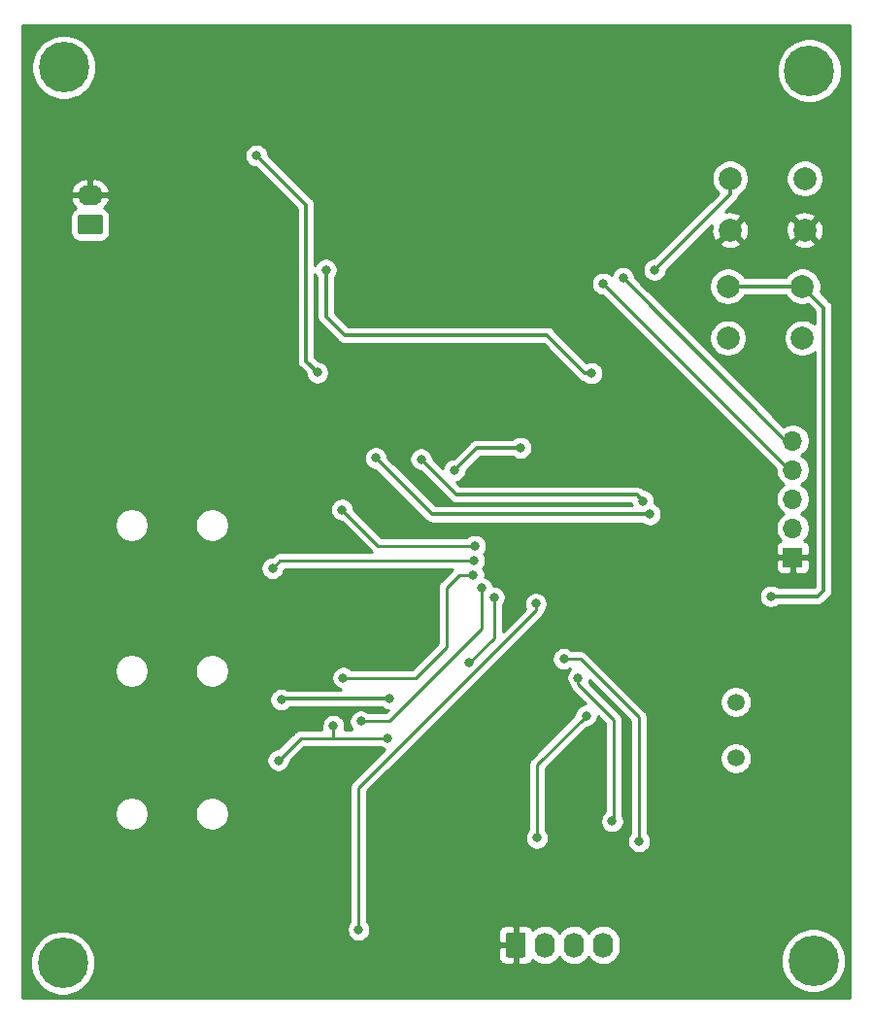
<source format=gbr>
G04 #@! TF.GenerationSoftware,KiCad,Pcbnew,(5.1.5)-3*
G04 #@! TF.CreationDate,2020-06-18T17:13:16-03:00*
G04 #@! TF.ProjectId,Energy_Meter,456e6572-6779-45f4-9d65-7465722e6b69,rev?*
G04 #@! TF.SameCoordinates,Original*
G04 #@! TF.FileFunction,Copper,L2,Bot*
G04 #@! TF.FilePolarity,Positive*
%FSLAX46Y46*%
G04 Gerber Fmt 4.6, Leading zero omitted, Abs format (unit mm)*
G04 Created by KiCad (PCBNEW (5.1.5)-3) date 2020-06-18 17:13:16*
%MOMM*%
%LPD*%
G04 APERTURE LIST*
%ADD10C,1.500000*%
%ADD11C,0.100000*%
%ADD12O,2.200000X1.740000*%
%ADD13O,1.740000X2.200000*%
%ADD14R,1.700000X1.700000*%
%ADD15O,1.700000X1.700000*%
%ADD16C,2.000000*%
%ADD17C,4.400000*%
%ADD18C,0.700000*%
%ADD19C,0.800000*%
%ADD20C,0.250000*%
%ADD21C,0.300000*%
%ADD22C,0.254000*%
G04 APERTURE END LIST*
D10*
X140550000Y-118350000D03*
X140550000Y-113470000D03*
G04 #@! TA.AperFunction,ComponentPad*
D11*
G36*
X85118505Y-70967204D02*
G01*
X85142773Y-70970804D01*
X85166572Y-70976765D01*
X85189671Y-70985030D01*
X85211850Y-70995520D01*
X85232893Y-71008132D01*
X85252599Y-71022747D01*
X85270777Y-71039223D01*
X85287253Y-71057401D01*
X85301868Y-71077107D01*
X85314480Y-71098150D01*
X85324970Y-71120329D01*
X85333235Y-71143428D01*
X85339196Y-71167227D01*
X85342796Y-71191495D01*
X85344000Y-71215999D01*
X85344000Y-72456001D01*
X85342796Y-72480505D01*
X85339196Y-72504773D01*
X85333235Y-72528572D01*
X85324970Y-72551671D01*
X85314480Y-72573850D01*
X85301868Y-72594893D01*
X85287253Y-72614599D01*
X85270777Y-72632777D01*
X85252599Y-72649253D01*
X85232893Y-72663868D01*
X85211850Y-72676480D01*
X85189671Y-72686970D01*
X85166572Y-72695235D01*
X85142773Y-72701196D01*
X85118505Y-72704796D01*
X85094001Y-72706000D01*
X83393999Y-72706000D01*
X83369495Y-72704796D01*
X83345227Y-72701196D01*
X83321428Y-72695235D01*
X83298329Y-72686970D01*
X83276150Y-72676480D01*
X83255107Y-72663868D01*
X83235401Y-72649253D01*
X83217223Y-72632777D01*
X83200747Y-72614599D01*
X83186132Y-72594893D01*
X83173520Y-72573850D01*
X83163030Y-72551671D01*
X83154765Y-72528572D01*
X83148804Y-72504773D01*
X83145204Y-72480505D01*
X83144000Y-72456001D01*
X83144000Y-71215999D01*
X83145204Y-71191495D01*
X83148804Y-71167227D01*
X83154765Y-71143428D01*
X83163030Y-71120329D01*
X83173520Y-71098150D01*
X83186132Y-71077107D01*
X83200747Y-71057401D01*
X83217223Y-71039223D01*
X83235401Y-71022747D01*
X83255107Y-71008132D01*
X83276150Y-70995520D01*
X83298329Y-70985030D01*
X83321428Y-70976765D01*
X83345227Y-70970804D01*
X83369495Y-70967204D01*
X83393999Y-70966000D01*
X85094001Y-70966000D01*
X85118505Y-70967204D01*
G37*
G04 #@! TD.AperFunction*
D12*
X84244000Y-69296000D03*
G04 #@! TA.AperFunction,ComponentPad*
D11*
G36*
X121996505Y-133529204D02*
G01*
X122020773Y-133532804D01*
X122044572Y-133538765D01*
X122067671Y-133547030D01*
X122089850Y-133557520D01*
X122110893Y-133570132D01*
X122130599Y-133584747D01*
X122148777Y-133601223D01*
X122165253Y-133619401D01*
X122179868Y-133639107D01*
X122192480Y-133660150D01*
X122202970Y-133682329D01*
X122211235Y-133705428D01*
X122217196Y-133729227D01*
X122220796Y-133753495D01*
X122222000Y-133777999D01*
X122222000Y-135478001D01*
X122220796Y-135502505D01*
X122217196Y-135526773D01*
X122211235Y-135550572D01*
X122202970Y-135573671D01*
X122192480Y-135595850D01*
X122179868Y-135616893D01*
X122165253Y-135636599D01*
X122148777Y-135654777D01*
X122130599Y-135671253D01*
X122110893Y-135685868D01*
X122089850Y-135698480D01*
X122067671Y-135708970D01*
X122044572Y-135717235D01*
X122020773Y-135723196D01*
X121996505Y-135726796D01*
X121972001Y-135728000D01*
X120731999Y-135728000D01*
X120707495Y-135726796D01*
X120683227Y-135723196D01*
X120659428Y-135717235D01*
X120636329Y-135708970D01*
X120614150Y-135698480D01*
X120593107Y-135685868D01*
X120573401Y-135671253D01*
X120555223Y-135654777D01*
X120538747Y-135636599D01*
X120524132Y-135616893D01*
X120511520Y-135595850D01*
X120501030Y-135573671D01*
X120492765Y-135550572D01*
X120486804Y-135526773D01*
X120483204Y-135502505D01*
X120482000Y-135478001D01*
X120482000Y-133777999D01*
X120483204Y-133753495D01*
X120486804Y-133729227D01*
X120492765Y-133705428D01*
X120501030Y-133682329D01*
X120511520Y-133660150D01*
X120524132Y-133639107D01*
X120538747Y-133619401D01*
X120555223Y-133601223D01*
X120573401Y-133584747D01*
X120593107Y-133570132D01*
X120614150Y-133557520D01*
X120636329Y-133547030D01*
X120659428Y-133538765D01*
X120683227Y-133532804D01*
X120707495Y-133529204D01*
X120731999Y-133528000D01*
X121972001Y-133528000D01*
X121996505Y-133529204D01*
G37*
G04 #@! TD.AperFunction*
D13*
X123892000Y-134628000D03*
X126432000Y-134628000D03*
X128972000Y-134628000D03*
D14*
X145500000Y-100850000D03*
D15*
X145500000Y-98310000D03*
X145500000Y-95770000D03*
X145500000Y-93230000D03*
X145500000Y-90690000D03*
D16*
X140044000Y-72336000D03*
X140044000Y-67836000D03*
X146544000Y-72336000D03*
X146544000Y-67836000D03*
X146344000Y-77236000D03*
X146344000Y-81736000D03*
X139844000Y-77236000D03*
X139844000Y-81736000D03*
D17*
X81950000Y-58150000D03*
D18*
X83600000Y-58150000D03*
X83116726Y-59316726D03*
X81950000Y-59800000D03*
X80783274Y-59316726D03*
X80300000Y-58150000D03*
X80783274Y-56983274D03*
X81950000Y-56500000D03*
X83116726Y-56983274D03*
D17*
X146950000Y-58450000D03*
D18*
X148600000Y-58450000D03*
X148116726Y-59616726D03*
X146950000Y-60100000D03*
X145783274Y-59616726D03*
X145300000Y-58450000D03*
X145783274Y-57283274D03*
X146950000Y-56800000D03*
X148116726Y-57283274D03*
X148466726Y-134833274D03*
X147300000Y-134350000D03*
X146133274Y-134833274D03*
X145650000Y-136000000D03*
X146133274Y-137166726D03*
X147300000Y-137650000D03*
X148466726Y-137166726D03*
X148950000Y-136000000D03*
D17*
X147300000Y-136000000D03*
D18*
X83016726Y-135033274D03*
X81850000Y-134550000D03*
X80683274Y-135033274D03*
X80200000Y-136200000D03*
X80683274Y-137366726D03*
X81850000Y-137850000D03*
X83016726Y-137366726D03*
X83500000Y-136200000D03*
D17*
X81850000Y-136200000D03*
D19*
X101000000Y-122200000D03*
X87300000Y-63550000D03*
X99950000Y-96600000D03*
X100800000Y-107100000D03*
X100200000Y-89850000D03*
X96600000Y-75600000D03*
X125550000Y-109700000D03*
X132100000Y-125600000D03*
X117800000Y-99850000D03*
X106200000Y-96700000D03*
X117700000Y-101150000D03*
X100150000Y-101800000D03*
X126800000Y-111350000D03*
X129750000Y-123850000D03*
X127500000Y-114650000D03*
X123200000Y-125300000D03*
X117650000Y-102400000D03*
X106300000Y-111350000D03*
X118400000Y-103550000D03*
X107850000Y-115150000D03*
X117300000Y-110050000D03*
X117300000Y-110050000D03*
X119450000Y-104350000D03*
X123100000Y-104900000D03*
X107650000Y-133300000D03*
X133050000Y-97100000D03*
X109150000Y-92200000D03*
X132450000Y-95950000D03*
X113100000Y-92300000D03*
X121750000Y-91300000D03*
X116000000Y-93250000D03*
X128950000Y-77000000D03*
X130700000Y-76500000D03*
X133450000Y-75800000D03*
X127950000Y-84800000D03*
X104800000Y-75800000D03*
X143600000Y-104250000D03*
X110300000Y-113150000D03*
X100900000Y-113250000D03*
X100650000Y-118550000D03*
X110200000Y-116600000D03*
X105450000Y-115550000D03*
X98750000Y-65850000D03*
X104050000Y-84750000D03*
D20*
X101000000Y-127652554D02*
X105150000Y-131802554D01*
X101000000Y-122200000D02*
X101000000Y-127652554D01*
X105150000Y-131802554D02*
X105150000Y-135100000D01*
X105150000Y-135100000D02*
X106450000Y-136400000D01*
X106450000Y-136400000D02*
X114700000Y-136400000D01*
X116472000Y-134628000D02*
X121352000Y-134628000D01*
X114700000Y-136400000D02*
X116472000Y-134628000D01*
D21*
X84244000Y-66606000D02*
X84244000Y-69296000D01*
X87300000Y-63550000D02*
X84244000Y-66606000D01*
X99550001Y-96999999D02*
X99550001Y-100149999D01*
X99950000Y-96600000D02*
X99550001Y-96999999D01*
X99550001Y-100149999D02*
X98900000Y-100800000D01*
X98900000Y-100800000D02*
X98900000Y-105200000D01*
X98900000Y-105200000D02*
X100800000Y-107100000D01*
X100200000Y-96350000D02*
X99950000Y-96600000D01*
X100200000Y-89850000D02*
X100200000Y-96350000D01*
X85644000Y-69296000D02*
X84244000Y-69296000D01*
X90861685Y-69296000D02*
X85644000Y-69296000D01*
X96600000Y-75034315D02*
X90861685Y-69296000D01*
X96600000Y-75600000D02*
X96600000Y-75034315D01*
D20*
X125550000Y-109700000D02*
X127000000Y-109700000D01*
X127000000Y-109700000D02*
X132100000Y-114800000D01*
X132100000Y-114800000D02*
X132100000Y-125600000D01*
X117800000Y-99850000D02*
X109350000Y-99850000D01*
X109350000Y-99850000D02*
X106200000Y-96700000D01*
X100800000Y-101150000D02*
X100150000Y-101800000D01*
X117700000Y-101150000D02*
X100800000Y-101150000D01*
X126800000Y-111915685D02*
X129900000Y-115015685D01*
X126800000Y-111350000D02*
X126800000Y-111915685D01*
X129900000Y-115015685D02*
X129900000Y-123700000D01*
X129900000Y-123700000D02*
X129750000Y-123850000D01*
X127500000Y-114650000D02*
X123200000Y-118950000D01*
X123200000Y-118950000D02*
X123200000Y-125300000D01*
X117650000Y-102400000D02*
X116400000Y-102400000D01*
X116400000Y-102400000D02*
X115300000Y-103500000D01*
X115300000Y-103500000D02*
X115300000Y-108650000D01*
X115300000Y-108650000D02*
X112600000Y-111350000D01*
X112600000Y-111350000D02*
X106300000Y-111350000D01*
X118400000Y-103550000D02*
X118400000Y-107100000D01*
X118400000Y-107100000D02*
X110350000Y-115150000D01*
X110350000Y-115150000D02*
X107850000Y-115150000D01*
X119450000Y-107900000D02*
X117300000Y-110050000D01*
X119450000Y-104350000D02*
X119450000Y-107900000D01*
X123100000Y-105465685D02*
X107650000Y-120915685D01*
X123100000Y-104900000D02*
X123100000Y-105465685D01*
X107650000Y-120915685D02*
X107650000Y-133300000D01*
D21*
X133050000Y-97100000D02*
X114050000Y-97100000D01*
X114050000Y-97100000D02*
X109150000Y-92200000D01*
X132450000Y-95950000D02*
X131900000Y-95400000D01*
X131900000Y-95400000D02*
X116200000Y-95400000D01*
X116200000Y-95400000D02*
X113100000Y-92300000D01*
X121750000Y-91300000D02*
X117950000Y-91300000D01*
X117950000Y-91300000D02*
X116000000Y-93250000D01*
X145180000Y-93230000D02*
X145500000Y-93230000D01*
X128950000Y-77000000D02*
X145180000Y-93230000D01*
X144890000Y-90690000D02*
X145500000Y-90690000D01*
X130700000Y-76500000D02*
X144890000Y-90690000D01*
X140044000Y-69206000D02*
X140044000Y-67836000D01*
X133450000Y-75800000D02*
X140044000Y-69206000D01*
X127384315Y-84800000D02*
X124084315Y-81500000D01*
X127950000Y-84800000D02*
X127384315Y-84800000D01*
X124084315Y-81500000D02*
X106450000Y-81500000D01*
X106450000Y-81500000D02*
X104800000Y-79850000D01*
X104800000Y-79850000D02*
X104800000Y-75800000D01*
X144929787Y-77236000D02*
X139844000Y-77236000D01*
X146344000Y-77236000D02*
X144929787Y-77236000D01*
X148200000Y-79092000D02*
X146344000Y-77236000D01*
X148200000Y-103750000D02*
X148200000Y-79092000D01*
X143600000Y-104250000D02*
X147700000Y-104250000D01*
X147700000Y-104250000D02*
X148200000Y-103750000D01*
X110300000Y-113150000D02*
X101000000Y-113150000D01*
X101000000Y-113150000D02*
X100900000Y-113250000D01*
D20*
X100650000Y-118550000D02*
X102600000Y-116600000D01*
X105450000Y-115550000D02*
X105450000Y-116115685D01*
X105450000Y-116115685D02*
X105450000Y-116600000D01*
X102600000Y-116600000D02*
X105450000Y-116600000D01*
X105450000Y-116600000D02*
X110200000Y-116600000D01*
D21*
X98750000Y-65850000D02*
X103050000Y-70150000D01*
X103050000Y-70150000D02*
X103050000Y-83750000D01*
X103050000Y-83750000D02*
X104050000Y-84750000D01*
D22*
G36*
X150473000Y-139273000D02*
G01*
X78324000Y-139273000D01*
X78324000Y-135920777D01*
X79015000Y-135920777D01*
X79015000Y-136479223D01*
X79123948Y-137026939D01*
X79337656Y-137542876D01*
X79647912Y-138007207D01*
X80042793Y-138402088D01*
X80507124Y-138712344D01*
X81023061Y-138926052D01*
X81570777Y-139035000D01*
X82129223Y-139035000D01*
X82676939Y-138926052D01*
X83192876Y-138712344D01*
X83657207Y-138402088D01*
X84052088Y-138007207D01*
X84362344Y-137542876D01*
X84576052Y-137026939D01*
X84685000Y-136479223D01*
X84685000Y-135920777D01*
X84646655Y-135728000D01*
X119843928Y-135728000D01*
X119856188Y-135852482D01*
X119892498Y-135972180D01*
X119951463Y-136082494D01*
X120030815Y-136179185D01*
X120127506Y-136258537D01*
X120237820Y-136317502D01*
X120357518Y-136353812D01*
X120482000Y-136366072D01*
X121066250Y-136363000D01*
X121225000Y-136204250D01*
X121225000Y-134755000D01*
X120005750Y-134755000D01*
X119847000Y-134913750D01*
X119843928Y-135728000D01*
X84646655Y-135728000D01*
X84576052Y-135373061D01*
X84362344Y-134857124D01*
X84052088Y-134392793D01*
X83657207Y-133997912D01*
X83192876Y-133687656D01*
X82676939Y-133473948D01*
X82129223Y-133365000D01*
X81570777Y-133365000D01*
X81023061Y-133473948D01*
X80507124Y-133687656D01*
X80042793Y-133997912D01*
X79647912Y-134392793D01*
X79337656Y-134857124D01*
X79123948Y-135373061D01*
X79015000Y-135920777D01*
X78324000Y-135920777D01*
X78324000Y-123051740D01*
X86379000Y-123051740D01*
X86379000Y-123344260D01*
X86436068Y-123631158D01*
X86548010Y-123901411D01*
X86710525Y-124144632D01*
X86917368Y-124351475D01*
X87160589Y-124513990D01*
X87430842Y-124625932D01*
X87717740Y-124683000D01*
X88010260Y-124683000D01*
X88297158Y-124625932D01*
X88567411Y-124513990D01*
X88810632Y-124351475D01*
X89017475Y-124144632D01*
X89179990Y-123901411D01*
X89291932Y-123631158D01*
X89349000Y-123344260D01*
X89349000Y-123051740D01*
X93379000Y-123051740D01*
X93379000Y-123344260D01*
X93436068Y-123631158D01*
X93548010Y-123901411D01*
X93710525Y-124144632D01*
X93917368Y-124351475D01*
X94160589Y-124513990D01*
X94430842Y-124625932D01*
X94717740Y-124683000D01*
X95010260Y-124683000D01*
X95297158Y-124625932D01*
X95567411Y-124513990D01*
X95810632Y-124351475D01*
X96017475Y-124144632D01*
X96179990Y-123901411D01*
X96291932Y-123631158D01*
X96349000Y-123344260D01*
X96349000Y-123051740D01*
X96291932Y-122764842D01*
X96179990Y-122494589D01*
X96017475Y-122251368D01*
X95810632Y-122044525D01*
X95567411Y-121882010D01*
X95297158Y-121770068D01*
X95010260Y-121713000D01*
X94717740Y-121713000D01*
X94430842Y-121770068D01*
X94160589Y-121882010D01*
X93917368Y-122044525D01*
X93710525Y-122251368D01*
X93548010Y-122494589D01*
X93436068Y-122764842D01*
X93379000Y-123051740D01*
X89349000Y-123051740D01*
X89291932Y-122764842D01*
X89179990Y-122494589D01*
X89017475Y-122251368D01*
X88810632Y-122044525D01*
X88567411Y-121882010D01*
X88297158Y-121770068D01*
X88010260Y-121713000D01*
X87717740Y-121713000D01*
X87430842Y-121770068D01*
X87160589Y-121882010D01*
X86917368Y-122044525D01*
X86710525Y-122251368D01*
X86548010Y-122494589D01*
X86436068Y-122764842D01*
X86379000Y-123051740D01*
X78324000Y-123051740D01*
X78324000Y-110605740D01*
X86379000Y-110605740D01*
X86379000Y-110898260D01*
X86436068Y-111185158D01*
X86548010Y-111455411D01*
X86710525Y-111698632D01*
X86917368Y-111905475D01*
X87160589Y-112067990D01*
X87430842Y-112179932D01*
X87717740Y-112237000D01*
X88010260Y-112237000D01*
X88297158Y-112179932D01*
X88567411Y-112067990D01*
X88810632Y-111905475D01*
X89017475Y-111698632D01*
X89179990Y-111455411D01*
X89291932Y-111185158D01*
X89349000Y-110898260D01*
X89349000Y-110605740D01*
X93379000Y-110605740D01*
X93379000Y-110898260D01*
X93436068Y-111185158D01*
X93548010Y-111455411D01*
X93710525Y-111698632D01*
X93917368Y-111905475D01*
X94160589Y-112067990D01*
X94430842Y-112179932D01*
X94717740Y-112237000D01*
X95010260Y-112237000D01*
X95297158Y-112179932D01*
X95567411Y-112067990D01*
X95810632Y-111905475D01*
X96017475Y-111698632D01*
X96179990Y-111455411D01*
X96291932Y-111185158D01*
X96349000Y-110898260D01*
X96349000Y-110605740D01*
X96291932Y-110318842D01*
X96179990Y-110048589D01*
X96017475Y-109805368D01*
X95810632Y-109598525D01*
X95567411Y-109436010D01*
X95297158Y-109324068D01*
X95010260Y-109267000D01*
X94717740Y-109267000D01*
X94430842Y-109324068D01*
X94160589Y-109436010D01*
X93917368Y-109598525D01*
X93710525Y-109805368D01*
X93548010Y-110048589D01*
X93436068Y-110318842D01*
X93379000Y-110605740D01*
X89349000Y-110605740D01*
X89291932Y-110318842D01*
X89179990Y-110048589D01*
X89017475Y-109805368D01*
X88810632Y-109598525D01*
X88567411Y-109436010D01*
X88297158Y-109324068D01*
X88010260Y-109267000D01*
X87717740Y-109267000D01*
X87430842Y-109324068D01*
X87160589Y-109436010D01*
X86917368Y-109598525D01*
X86710525Y-109805368D01*
X86548010Y-110048589D01*
X86436068Y-110318842D01*
X86379000Y-110605740D01*
X78324000Y-110605740D01*
X78324000Y-101698061D01*
X99115000Y-101698061D01*
X99115000Y-101901939D01*
X99154774Y-102101898D01*
X99232795Y-102290256D01*
X99346063Y-102459774D01*
X99490226Y-102603937D01*
X99659744Y-102717205D01*
X99848102Y-102795226D01*
X100048061Y-102835000D01*
X100251939Y-102835000D01*
X100451898Y-102795226D01*
X100640256Y-102717205D01*
X100809774Y-102603937D01*
X100953937Y-102459774D01*
X101067205Y-102290256D01*
X101145226Y-102101898D01*
X101183397Y-101910000D01*
X115815198Y-101910000D01*
X114789002Y-102936196D01*
X114759999Y-102959999D01*
X114709735Y-103021246D01*
X114665026Y-103075724D01*
X114619979Y-103160000D01*
X114594454Y-103207754D01*
X114550997Y-103351015D01*
X114540000Y-103462668D01*
X114540000Y-103462678D01*
X114536324Y-103500000D01*
X114540000Y-103537323D01*
X114540001Y-108335197D01*
X112285199Y-110590000D01*
X107003711Y-110590000D01*
X106959774Y-110546063D01*
X106790256Y-110432795D01*
X106601898Y-110354774D01*
X106401939Y-110315000D01*
X106198061Y-110315000D01*
X105998102Y-110354774D01*
X105809744Y-110432795D01*
X105640226Y-110546063D01*
X105496063Y-110690226D01*
X105382795Y-110859744D01*
X105304774Y-111048102D01*
X105265000Y-111248061D01*
X105265000Y-111451939D01*
X105304774Y-111651898D01*
X105382795Y-111840256D01*
X105496063Y-112009774D01*
X105640226Y-112153937D01*
X105809744Y-112267205D01*
X105998102Y-112345226D01*
X106097513Y-112365000D01*
X101438454Y-112365000D01*
X101390256Y-112332795D01*
X101201898Y-112254774D01*
X101001939Y-112215000D01*
X100798061Y-112215000D01*
X100598102Y-112254774D01*
X100409744Y-112332795D01*
X100240226Y-112446063D01*
X100096063Y-112590226D01*
X99982795Y-112759744D01*
X99904774Y-112948102D01*
X99865000Y-113148061D01*
X99865000Y-113351939D01*
X99904774Y-113551898D01*
X99982795Y-113740256D01*
X100096063Y-113909774D01*
X100240226Y-114053937D01*
X100409744Y-114167205D01*
X100598102Y-114245226D01*
X100798061Y-114285000D01*
X101001939Y-114285000D01*
X101201898Y-114245226D01*
X101390256Y-114167205D01*
X101559774Y-114053937D01*
X101678711Y-113935000D01*
X109621289Y-113935000D01*
X109640226Y-113953937D01*
X109809744Y-114067205D01*
X109998102Y-114145226D01*
X110198061Y-114185000D01*
X110240199Y-114185000D01*
X110035199Y-114390000D01*
X108553711Y-114390000D01*
X108509774Y-114346063D01*
X108340256Y-114232795D01*
X108151898Y-114154774D01*
X107951939Y-114115000D01*
X107748061Y-114115000D01*
X107548102Y-114154774D01*
X107359744Y-114232795D01*
X107190226Y-114346063D01*
X107046063Y-114490226D01*
X106932795Y-114659744D01*
X106854774Y-114848102D01*
X106815000Y-115048061D01*
X106815000Y-115251939D01*
X106854774Y-115451898D01*
X106932795Y-115640256D01*
X107046063Y-115809774D01*
X107076289Y-115840000D01*
X106447593Y-115840000D01*
X106485000Y-115651939D01*
X106485000Y-115448061D01*
X106445226Y-115248102D01*
X106367205Y-115059744D01*
X106253937Y-114890226D01*
X106109774Y-114746063D01*
X105940256Y-114632795D01*
X105751898Y-114554774D01*
X105551939Y-114515000D01*
X105348061Y-114515000D01*
X105148102Y-114554774D01*
X104959744Y-114632795D01*
X104790226Y-114746063D01*
X104646063Y-114890226D01*
X104532795Y-115059744D01*
X104454774Y-115248102D01*
X104415000Y-115448061D01*
X104415000Y-115651939D01*
X104452407Y-115840000D01*
X102637322Y-115840000D01*
X102599999Y-115836324D01*
X102562676Y-115840000D01*
X102562667Y-115840000D01*
X102451014Y-115850997D01*
X102307753Y-115894454D01*
X102175724Y-115965026D01*
X102173684Y-115966700D01*
X102088996Y-116036201D01*
X102088992Y-116036205D01*
X102059999Y-116059999D01*
X102036205Y-116088992D01*
X100610198Y-117515000D01*
X100548061Y-117515000D01*
X100348102Y-117554774D01*
X100159744Y-117632795D01*
X99990226Y-117746063D01*
X99846063Y-117890226D01*
X99732795Y-118059744D01*
X99654774Y-118248102D01*
X99615000Y-118448061D01*
X99615000Y-118651939D01*
X99654774Y-118851898D01*
X99732795Y-119040256D01*
X99846063Y-119209774D01*
X99990226Y-119353937D01*
X100159744Y-119467205D01*
X100348102Y-119545226D01*
X100548061Y-119585000D01*
X100751939Y-119585000D01*
X100951898Y-119545226D01*
X101140256Y-119467205D01*
X101309774Y-119353937D01*
X101453937Y-119209774D01*
X101567205Y-119040256D01*
X101645226Y-118851898D01*
X101685000Y-118651939D01*
X101685000Y-118589802D01*
X102914803Y-117360000D01*
X105412667Y-117360000D01*
X105450000Y-117363677D01*
X105487333Y-117360000D01*
X109496289Y-117360000D01*
X109540226Y-117403937D01*
X109709744Y-117517205D01*
X109896374Y-117594510D01*
X107139003Y-120351881D01*
X107109999Y-120375684D01*
X107054871Y-120442859D01*
X107015026Y-120491409D01*
X106944455Y-120623438D01*
X106944454Y-120623439D01*
X106900997Y-120766700D01*
X106890000Y-120878353D01*
X106890000Y-120878363D01*
X106886324Y-120915685D01*
X106890000Y-120953007D01*
X106890001Y-132596288D01*
X106846063Y-132640226D01*
X106732795Y-132809744D01*
X106654774Y-132998102D01*
X106615000Y-133198061D01*
X106615000Y-133401939D01*
X106654774Y-133601898D01*
X106732795Y-133790256D01*
X106846063Y-133959774D01*
X106990226Y-134103937D01*
X107159744Y-134217205D01*
X107348102Y-134295226D01*
X107548061Y-134335000D01*
X107751939Y-134335000D01*
X107951898Y-134295226D01*
X108140256Y-134217205D01*
X108309774Y-134103937D01*
X108453937Y-133959774D01*
X108567205Y-133790256D01*
X108645226Y-133601898D01*
X108659925Y-133528000D01*
X119843928Y-133528000D01*
X119847000Y-134342250D01*
X120005750Y-134501000D01*
X121225000Y-134501000D01*
X121225000Y-133051750D01*
X121479000Y-133051750D01*
X121479000Y-134501000D01*
X121499000Y-134501000D01*
X121499000Y-134755000D01*
X121479000Y-134755000D01*
X121479000Y-136204250D01*
X121637750Y-136363000D01*
X122222000Y-136366072D01*
X122346482Y-136353812D01*
X122466180Y-136317502D01*
X122576494Y-136258537D01*
X122673185Y-136179185D01*
X122752537Y-136082494D01*
X122811502Y-135972180D01*
X122824615Y-135928953D01*
X123051822Y-136115417D01*
X123313276Y-136255166D01*
X123596969Y-136341224D01*
X123892000Y-136370282D01*
X124187032Y-136341224D01*
X124470725Y-136255166D01*
X124732179Y-136115417D01*
X124961345Y-135927345D01*
X125149417Y-135698179D01*
X125162000Y-135674638D01*
X125174583Y-135698179D01*
X125362655Y-135927345D01*
X125591822Y-136115417D01*
X125853276Y-136255166D01*
X126136969Y-136341224D01*
X126432000Y-136370282D01*
X126727032Y-136341224D01*
X127010725Y-136255166D01*
X127272179Y-136115417D01*
X127501345Y-135927345D01*
X127689417Y-135698179D01*
X127702000Y-135674638D01*
X127714583Y-135698179D01*
X127902655Y-135927345D01*
X128131822Y-136115417D01*
X128393276Y-136255166D01*
X128676969Y-136341224D01*
X128972000Y-136370282D01*
X129267032Y-136341224D01*
X129550725Y-136255166D01*
X129812179Y-136115417D01*
X130041345Y-135927345D01*
X130210871Y-135720777D01*
X144465000Y-135720777D01*
X144465000Y-136279223D01*
X144573948Y-136826939D01*
X144787656Y-137342876D01*
X145097912Y-137807207D01*
X145492793Y-138202088D01*
X145957124Y-138512344D01*
X146473061Y-138726052D01*
X147020777Y-138835000D01*
X147579223Y-138835000D01*
X148126939Y-138726052D01*
X148642876Y-138512344D01*
X149107207Y-138202088D01*
X149502088Y-137807207D01*
X149812344Y-137342876D01*
X150026052Y-136826939D01*
X150135000Y-136279223D01*
X150135000Y-135720777D01*
X150026052Y-135173061D01*
X149812344Y-134657124D01*
X149502088Y-134192793D01*
X149107207Y-133797912D01*
X148642876Y-133487656D01*
X148126939Y-133273948D01*
X147579223Y-133165000D01*
X147020777Y-133165000D01*
X146473061Y-133273948D01*
X145957124Y-133487656D01*
X145492793Y-133797912D01*
X145097912Y-134192793D01*
X144787656Y-134657124D01*
X144573948Y-135173061D01*
X144465000Y-135720777D01*
X130210871Y-135720777D01*
X130229417Y-135698179D01*
X130369166Y-135436724D01*
X130455224Y-135153031D01*
X130477000Y-134931935D01*
X130477000Y-134324064D01*
X130455224Y-134102968D01*
X130369166Y-133819275D01*
X130229417Y-133557821D01*
X130041345Y-133328655D01*
X129812178Y-133140583D01*
X129550724Y-133000834D01*
X129267031Y-132914776D01*
X128972000Y-132885718D01*
X128676968Y-132914776D01*
X128393275Y-133000834D01*
X128131821Y-133140583D01*
X127902655Y-133328655D01*
X127714583Y-133557822D01*
X127702000Y-133581363D01*
X127689417Y-133557821D01*
X127501345Y-133328655D01*
X127272178Y-133140583D01*
X127010724Y-133000834D01*
X126727031Y-132914776D01*
X126432000Y-132885718D01*
X126136968Y-132914776D01*
X125853275Y-133000834D01*
X125591821Y-133140583D01*
X125362655Y-133328655D01*
X125174583Y-133557822D01*
X125162000Y-133581363D01*
X125149417Y-133557821D01*
X124961345Y-133328655D01*
X124732178Y-133140583D01*
X124470724Y-133000834D01*
X124187031Y-132914776D01*
X123892000Y-132885718D01*
X123596968Y-132914776D01*
X123313275Y-133000834D01*
X123051821Y-133140583D01*
X122824615Y-133327047D01*
X122811502Y-133283820D01*
X122752537Y-133173506D01*
X122673185Y-133076815D01*
X122576494Y-132997463D01*
X122466180Y-132938498D01*
X122346482Y-132902188D01*
X122222000Y-132889928D01*
X121637750Y-132893000D01*
X121479000Y-133051750D01*
X121225000Y-133051750D01*
X121066250Y-132893000D01*
X120482000Y-132889928D01*
X120357518Y-132902188D01*
X120237820Y-132938498D01*
X120127506Y-132997463D01*
X120030815Y-133076815D01*
X119951463Y-133173506D01*
X119892498Y-133283820D01*
X119856188Y-133403518D01*
X119843928Y-133528000D01*
X108659925Y-133528000D01*
X108685000Y-133401939D01*
X108685000Y-133198061D01*
X108645226Y-132998102D01*
X108567205Y-132809744D01*
X108453937Y-132640226D01*
X108410000Y-132596289D01*
X108410000Y-125198061D01*
X122165000Y-125198061D01*
X122165000Y-125401939D01*
X122204774Y-125601898D01*
X122282795Y-125790256D01*
X122396063Y-125959774D01*
X122540226Y-126103937D01*
X122709744Y-126217205D01*
X122898102Y-126295226D01*
X123098061Y-126335000D01*
X123301939Y-126335000D01*
X123501898Y-126295226D01*
X123690256Y-126217205D01*
X123859774Y-126103937D01*
X124003937Y-125959774D01*
X124117205Y-125790256D01*
X124195226Y-125601898D01*
X124235000Y-125401939D01*
X124235000Y-125198061D01*
X124195226Y-124998102D01*
X124117205Y-124809744D01*
X124003937Y-124640226D01*
X123960000Y-124596289D01*
X123960000Y-119264801D01*
X127539802Y-115685000D01*
X127601939Y-115685000D01*
X127801898Y-115645226D01*
X127990256Y-115567205D01*
X128159774Y-115453937D01*
X128303937Y-115309774D01*
X128417205Y-115140256D01*
X128495226Y-114951898D01*
X128535000Y-114751939D01*
X128535000Y-114725487D01*
X129140000Y-115330487D01*
X129140001Y-123012805D01*
X129090226Y-123046063D01*
X128946063Y-123190226D01*
X128832795Y-123359744D01*
X128754774Y-123548102D01*
X128715000Y-123748061D01*
X128715000Y-123951939D01*
X128754774Y-124151898D01*
X128832795Y-124340256D01*
X128946063Y-124509774D01*
X129090226Y-124653937D01*
X129259744Y-124767205D01*
X129448102Y-124845226D01*
X129648061Y-124885000D01*
X129851939Y-124885000D01*
X130051898Y-124845226D01*
X130240256Y-124767205D01*
X130409774Y-124653937D01*
X130553937Y-124509774D01*
X130667205Y-124340256D01*
X130745226Y-124151898D01*
X130785000Y-123951939D01*
X130785000Y-123748061D01*
X130745226Y-123548102D01*
X130667205Y-123359744D01*
X130660000Y-123348961D01*
X130660000Y-115053007D01*
X130663676Y-115015684D01*
X130660000Y-114978361D01*
X130660000Y-114978352D01*
X130649003Y-114866699D01*
X130605546Y-114723438D01*
X130591613Y-114697371D01*
X130534974Y-114591408D01*
X130463799Y-114504682D01*
X130440001Y-114475684D01*
X130411004Y-114451887D01*
X127741271Y-111782155D01*
X127795226Y-111651898D01*
X127808809Y-111583610D01*
X131340000Y-115114802D01*
X131340001Y-124896288D01*
X131296063Y-124940226D01*
X131182795Y-125109744D01*
X131104774Y-125298102D01*
X131065000Y-125498061D01*
X131065000Y-125701939D01*
X131104774Y-125901898D01*
X131182795Y-126090256D01*
X131296063Y-126259774D01*
X131440226Y-126403937D01*
X131609744Y-126517205D01*
X131798102Y-126595226D01*
X131998061Y-126635000D01*
X132201939Y-126635000D01*
X132401898Y-126595226D01*
X132590256Y-126517205D01*
X132759774Y-126403937D01*
X132903937Y-126259774D01*
X133017205Y-126090256D01*
X133095226Y-125901898D01*
X133135000Y-125701939D01*
X133135000Y-125498061D01*
X133095226Y-125298102D01*
X133017205Y-125109744D01*
X132903937Y-124940226D01*
X132860000Y-124896289D01*
X132860000Y-118213589D01*
X139165000Y-118213589D01*
X139165000Y-118486411D01*
X139218225Y-118753989D01*
X139322629Y-119006043D01*
X139474201Y-119232886D01*
X139667114Y-119425799D01*
X139893957Y-119577371D01*
X140146011Y-119681775D01*
X140413589Y-119735000D01*
X140686411Y-119735000D01*
X140953989Y-119681775D01*
X141206043Y-119577371D01*
X141432886Y-119425799D01*
X141625799Y-119232886D01*
X141777371Y-119006043D01*
X141881775Y-118753989D01*
X141935000Y-118486411D01*
X141935000Y-118213589D01*
X141881775Y-117946011D01*
X141777371Y-117693957D01*
X141625799Y-117467114D01*
X141432886Y-117274201D01*
X141206043Y-117122629D01*
X140953989Y-117018225D01*
X140686411Y-116965000D01*
X140413589Y-116965000D01*
X140146011Y-117018225D01*
X139893957Y-117122629D01*
X139667114Y-117274201D01*
X139474201Y-117467114D01*
X139322629Y-117693957D01*
X139218225Y-117946011D01*
X139165000Y-118213589D01*
X132860000Y-118213589D01*
X132860000Y-114837322D01*
X132863676Y-114799999D01*
X132860000Y-114762676D01*
X132860000Y-114762667D01*
X132849003Y-114651014D01*
X132805546Y-114507753D01*
X132734974Y-114375724D01*
X132640001Y-114259999D01*
X132611004Y-114236202D01*
X131708391Y-113333589D01*
X139165000Y-113333589D01*
X139165000Y-113606411D01*
X139218225Y-113873989D01*
X139322629Y-114126043D01*
X139474201Y-114352886D01*
X139667114Y-114545799D01*
X139893957Y-114697371D01*
X140146011Y-114801775D01*
X140413589Y-114855000D01*
X140686411Y-114855000D01*
X140953989Y-114801775D01*
X141206043Y-114697371D01*
X141432886Y-114545799D01*
X141625799Y-114352886D01*
X141777371Y-114126043D01*
X141881775Y-113873989D01*
X141935000Y-113606411D01*
X141935000Y-113333589D01*
X141881775Y-113066011D01*
X141777371Y-112813957D01*
X141625799Y-112587114D01*
X141432886Y-112394201D01*
X141206043Y-112242629D01*
X140953989Y-112138225D01*
X140686411Y-112085000D01*
X140413589Y-112085000D01*
X140146011Y-112138225D01*
X139893957Y-112242629D01*
X139667114Y-112394201D01*
X139474201Y-112587114D01*
X139322629Y-112813957D01*
X139218225Y-113066011D01*
X139165000Y-113333589D01*
X131708391Y-113333589D01*
X127563804Y-109189003D01*
X127540001Y-109159999D01*
X127424276Y-109065026D01*
X127292247Y-108994454D01*
X127148986Y-108950997D01*
X127037333Y-108940000D01*
X127037322Y-108940000D01*
X127000000Y-108936324D01*
X126962678Y-108940000D01*
X126253711Y-108940000D01*
X126209774Y-108896063D01*
X126040256Y-108782795D01*
X125851898Y-108704774D01*
X125651939Y-108665000D01*
X125448061Y-108665000D01*
X125248102Y-108704774D01*
X125059744Y-108782795D01*
X124890226Y-108896063D01*
X124746063Y-109040226D01*
X124632795Y-109209744D01*
X124554774Y-109398102D01*
X124515000Y-109598061D01*
X124515000Y-109801939D01*
X124554774Y-110001898D01*
X124632795Y-110190256D01*
X124746063Y-110359774D01*
X124890226Y-110503937D01*
X125059744Y-110617205D01*
X125248102Y-110695226D01*
X125448061Y-110735000D01*
X125651939Y-110735000D01*
X125851898Y-110695226D01*
X126040256Y-110617205D01*
X126127134Y-110559155D01*
X125996063Y-110690226D01*
X125882795Y-110859744D01*
X125804774Y-111048102D01*
X125765000Y-111248061D01*
X125765000Y-111451939D01*
X125804774Y-111651898D01*
X125882795Y-111840256D01*
X125996063Y-112009774D01*
X126051013Y-112064724D01*
X126094454Y-112207932D01*
X126119037Y-112253921D01*
X126165026Y-112339961D01*
X126236201Y-112426687D01*
X126260000Y-112455686D01*
X126288998Y-112479484D01*
X127424514Y-113615000D01*
X127398061Y-113615000D01*
X127198102Y-113654774D01*
X127009744Y-113732795D01*
X126840226Y-113846063D01*
X126696063Y-113990226D01*
X126582795Y-114159744D01*
X126504774Y-114348102D01*
X126465000Y-114548061D01*
X126465000Y-114610198D01*
X122689003Y-118386196D01*
X122659999Y-118409999D01*
X122628763Y-118448061D01*
X122565026Y-118525724D01*
X122497562Y-118651939D01*
X122494454Y-118657754D01*
X122450997Y-118801015D01*
X122440000Y-118912668D01*
X122440000Y-118912678D01*
X122436324Y-118950000D01*
X122440000Y-118987323D01*
X122440001Y-124596288D01*
X122396063Y-124640226D01*
X122282795Y-124809744D01*
X122204774Y-124998102D01*
X122165000Y-125198061D01*
X108410000Y-125198061D01*
X108410000Y-121230486D01*
X123611003Y-106029484D01*
X123640001Y-106005686D01*
X123734974Y-105889961D01*
X123805546Y-105757932D01*
X123848987Y-105614724D01*
X123903937Y-105559774D01*
X124017205Y-105390256D01*
X124095226Y-105201898D01*
X124135000Y-105001939D01*
X124135000Y-104798061D01*
X124095226Y-104598102D01*
X124017205Y-104409744D01*
X123903937Y-104240226D01*
X123759774Y-104096063D01*
X123590256Y-103982795D01*
X123401898Y-103904774D01*
X123201939Y-103865000D01*
X122998061Y-103865000D01*
X122798102Y-103904774D01*
X122609744Y-103982795D01*
X122440226Y-104096063D01*
X122296063Y-104240226D01*
X122182795Y-104409744D01*
X122104774Y-104598102D01*
X122065000Y-104798061D01*
X122065000Y-105001939D01*
X122104774Y-105201898D01*
X122158728Y-105332155D01*
X120210000Y-107280883D01*
X120210000Y-105053711D01*
X120253937Y-105009774D01*
X120367205Y-104840256D01*
X120445226Y-104651898D01*
X120485000Y-104451939D01*
X120485000Y-104248061D01*
X120445226Y-104048102D01*
X120367205Y-103859744D01*
X120253937Y-103690226D01*
X120109774Y-103546063D01*
X119940256Y-103432795D01*
X119751898Y-103354774D01*
X119551939Y-103315000D01*
X119408533Y-103315000D01*
X119395226Y-103248102D01*
X119317205Y-103059744D01*
X119203937Y-102890226D01*
X119059774Y-102746063D01*
X118890256Y-102632795D01*
X118701898Y-102554774D01*
X118675534Y-102549530D01*
X118685000Y-102501939D01*
X118685000Y-102298061D01*
X118645226Y-102098102D01*
X118567205Y-101909744D01*
X118501821Y-101811890D01*
X118503937Y-101809774D01*
X118577285Y-101700000D01*
X144011928Y-101700000D01*
X144024188Y-101824482D01*
X144060498Y-101944180D01*
X144119463Y-102054494D01*
X144198815Y-102151185D01*
X144295506Y-102230537D01*
X144405820Y-102289502D01*
X144525518Y-102325812D01*
X144650000Y-102338072D01*
X145214250Y-102335000D01*
X145373000Y-102176250D01*
X145373000Y-100977000D01*
X145627000Y-100977000D01*
X145627000Y-102176250D01*
X145785750Y-102335000D01*
X146350000Y-102338072D01*
X146474482Y-102325812D01*
X146594180Y-102289502D01*
X146704494Y-102230537D01*
X146801185Y-102151185D01*
X146880537Y-102054494D01*
X146939502Y-101944180D01*
X146975812Y-101824482D01*
X146988072Y-101700000D01*
X146985000Y-101135750D01*
X146826250Y-100977000D01*
X145627000Y-100977000D01*
X145373000Y-100977000D01*
X144173750Y-100977000D01*
X144015000Y-101135750D01*
X144011928Y-101700000D01*
X118577285Y-101700000D01*
X118617205Y-101640256D01*
X118695226Y-101451898D01*
X118735000Y-101251939D01*
X118735000Y-101048061D01*
X118695226Y-100848102D01*
X118617205Y-100659744D01*
X118551821Y-100561890D01*
X118603937Y-100509774D01*
X118717205Y-100340256D01*
X118795226Y-100151898D01*
X118835000Y-99951939D01*
X118835000Y-99748061D01*
X118795226Y-99548102D01*
X118717205Y-99359744D01*
X118603937Y-99190226D01*
X118459774Y-99046063D01*
X118290256Y-98932795D01*
X118101898Y-98854774D01*
X117901939Y-98815000D01*
X117698061Y-98815000D01*
X117498102Y-98854774D01*
X117309744Y-98932795D01*
X117140226Y-99046063D01*
X117096289Y-99090000D01*
X109664802Y-99090000D01*
X107235000Y-96660199D01*
X107235000Y-96598061D01*
X107195226Y-96398102D01*
X107117205Y-96209744D01*
X107003937Y-96040226D01*
X106859774Y-95896063D01*
X106690256Y-95782795D01*
X106501898Y-95704774D01*
X106301939Y-95665000D01*
X106098061Y-95665000D01*
X105898102Y-95704774D01*
X105709744Y-95782795D01*
X105540226Y-95896063D01*
X105396063Y-96040226D01*
X105282795Y-96209744D01*
X105204774Y-96398102D01*
X105165000Y-96598061D01*
X105165000Y-96801939D01*
X105204774Y-97001898D01*
X105282795Y-97190256D01*
X105396063Y-97359774D01*
X105540226Y-97503937D01*
X105709744Y-97617205D01*
X105898102Y-97695226D01*
X106098061Y-97735000D01*
X106160199Y-97735000D01*
X108786201Y-100361003D01*
X108809998Y-100390000D01*
X100837323Y-100390000D01*
X100800000Y-100386324D01*
X100762677Y-100390000D01*
X100762667Y-100390000D01*
X100651014Y-100400997D01*
X100507753Y-100444454D01*
X100375724Y-100515026D01*
X100259999Y-100609999D01*
X100236200Y-100638998D01*
X100110198Y-100765000D01*
X100048061Y-100765000D01*
X99848102Y-100804774D01*
X99659744Y-100882795D01*
X99490226Y-100996063D01*
X99346063Y-101140226D01*
X99232795Y-101309744D01*
X99154774Y-101498102D01*
X99115000Y-101698061D01*
X78324000Y-101698061D01*
X78324000Y-97905740D01*
X86379000Y-97905740D01*
X86379000Y-98198260D01*
X86436068Y-98485158D01*
X86548010Y-98755411D01*
X86710525Y-98998632D01*
X86917368Y-99205475D01*
X87160589Y-99367990D01*
X87430842Y-99479932D01*
X87717740Y-99537000D01*
X88010260Y-99537000D01*
X88297158Y-99479932D01*
X88567411Y-99367990D01*
X88810632Y-99205475D01*
X89017475Y-98998632D01*
X89179990Y-98755411D01*
X89291932Y-98485158D01*
X89349000Y-98198260D01*
X89349000Y-97905740D01*
X93379000Y-97905740D01*
X93379000Y-98198260D01*
X93436068Y-98485158D01*
X93548010Y-98755411D01*
X93710525Y-98998632D01*
X93917368Y-99205475D01*
X94160589Y-99367990D01*
X94430842Y-99479932D01*
X94717740Y-99537000D01*
X95010260Y-99537000D01*
X95297158Y-99479932D01*
X95567411Y-99367990D01*
X95810632Y-99205475D01*
X96017475Y-98998632D01*
X96179990Y-98755411D01*
X96291932Y-98485158D01*
X96349000Y-98198260D01*
X96349000Y-97905740D01*
X96291932Y-97618842D01*
X96179990Y-97348589D01*
X96017475Y-97105368D01*
X95810632Y-96898525D01*
X95567411Y-96736010D01*
X95297158Y-96624068D01*
X95010260Y-96567000D01*
X94717740Y-96567000D01*
X94430842Y-96624068D01*
X94160589Y-96736010D01*
X93917368Y-96898525D01*
X93710525Y-97105368D01*
X93548010Y-97348589D01*
X93436068Y-97618842D01*
X93379000Y-97905740D01*
X89349000Y-97905740D01*
X89291932Y-97618842D01*
X89179990Y-97348589D01*
X89017475Y-97105368D01*
X88810632Y-96898525D01*
X88567411Y-96736010D01*
X88297158Y-96624068D01*
X88010260Y-96567000D01*
X87717740Y-96567000D01*
X87430842Y-96624068D01*
X87160589Y-96736010D01*
X86917368Y-96898525D01*
X86710525Y-97105368D01*
X86548010Y-97348589D01*
X86436068Y-97618842D01*
X86379000Y-97905740D01*
X78324000Y-97905740D01*
X78324000Y-92098061D01*
X108115000Y-92098061D01*
X108115000Y-92301939D01*
X108154774Y-92501898D01*
X108232795Y-92690256D01*
X108346063Y-92859774D01*
X108490226Y-93003937D01*
X108659744Y-93117205D01*
X108848102Y-93195226D01*
X109048061Y-93235000D01*
X109074843Y-93235000D01*
X113467658Y-97627816D01*
X113492236Y-97657764D01*
X113522184Y-97682342D01*
X113522187Y-97682345D01*
X113537883Y-97695226D01*
X113611767Y-97755862D01*
X113748140Y-97828754D01*
X113861672Y-97863194D01*
X113896112Y-97873641D01*
X113910490Y-97875057D01*
X114011439Y-97885000D01*
X114011446Y-97885000D01*
X114049999Y-97888797D01*
X114088552Y-97885000D01*
X132371289Y-97885000D01*
X132390226Y-97903937D01*
X132559744Y-98017205D01*
X132748102Y-98095226D01*
X132948061Y-98135000D01*
X133151939Y-98135000D01*
X133351898Y-98095226D01*
X133540256Y-98017205D01*
X133709774Y-97903937D01*
X133853937Y-97759774D01*
X133967205Y-97590256D01*
X134045226Y-97401898D01*
X134085000Y-97201939D01*
X134085000Y-96998061D01*
X134045226Y-96798102D01*
X133967205Y-96609744D01*
X133853937Y-96440226D01*
X133709774Y-96296063D01*
X133540256Y-96182795D01*
X133465159Y-96151688D01*
X133485000Y-96051939D01*
X133485000Y-95848061D01*
X133445226Y-95648102D01*
X133367205Y-95459744D01*
X133253937Y-95290226D01*
X133109774Y-95146063D01*
X132940256Y-95032795D01*
X132751898Y-94954774D01*
X132551939Y-94915000D01*
X132525157Y-94915000D01*
X132482346Y-94872189D01*
X132457764Y-94842236D01*
X132338233Y-94744138D01*
X132201860Y-94671246D01*
X132053887Y-94626359D01*
X131938561Y-94615000D01*
X131938553Y-94615000D01*
X131900000Y-94611203D01*
X131861447Y-94615000D01*
X116525158Y-94615000D01*
X116179692Y-94269534D01*
X116301898Y-94245226D01*
X116490256Y-94167205D01*
X116659774Y-94053937D01*
X116803937Y-93909774D01*
X116917205Y-93740256D01*
X116995226Y-93551898D01*
X117035000Y-93351939D01*
X117035000Y-93325157D01*
X118275158Y-92085000D01*
X121071289Y-92085000D01*
X121090226Y-92103937D01*
X121259744Y-92217205D01*
X121448102Y-92295226D01*
X121648061Y-92335000D01*
X121851939Y-92335000D01*
X122051898Y-92295226D01*
X122240256Y-92217205D01*
X122409774Y-92103937D01*
X122553937Y-91959774D01*
X122667205Y-91790256D01*
X122745226Y-91601898D01*
X122785000Y-91401939D01*
X122785000Y-91198061D01*
X122745226Y-90998102D01*
X122667205Y-90809744D01*
X122553937Y-90640226D01*
X122409774Y-90496063D01*
X122240256Y-90382795D01*
X122051898Y-90304774D01*
X121851939Y-90265000D01*
X121648061Y-90265000D01*
X121448102Y-90304774D01*
X121259744Y-90382795D01*
X121090226Y-90496063D01*
X121071289Y-90515000D01*
X117988552Y-90515000D01*
X117949999Y-90511203D01*
X117911446Y-90515000D01*
X117911439Y-90515000D01*
X117810490Y-90524943D01*
X117796112Y-90526359D01*
X117763962Y-90536112D01*
X117648140Y-90571246D01*
X117511767Y-90644138D01*
X117455886Y-90689999D01*
X117422187Y-90717655D01*
X117422184Y-90717658D01*
X117392236Y-90742236D01*
X117367658Y-90772184D01*
X115924843Y-92215000D01*
X115898061Y-92215000D01*
X115698102Y-92254774D01*
X115509744Y-92332795D01*
X115340226Y-92446063D01*
X115196063Y-92590226D01*
X115082795Y-92759744D01*
X115004774Y-92948102D01*
X114980466Y-93070308D01*
X114135000Y-92224843D01*
X114135000Y-92198061D01*
X114095226Y-91998102D01*
X114017205Y-91809744D01*
X113903937Y-91640226D01*
X113759774Y-91496063D01*
X113590256Y-91382795D01*
X113401898Y-91304774D01*
X113201939Y-91265000D01*
X112998061Y-91265000D01*
X112798102Y-91304774D01*
X112609744Y-91382795D01*
X112440226Y-91496063D01*
X112296063Y-91640226D01*
X112182795Y-91809744D01*
X112104774Y-91998102D01*
X112065000Y-92198061D01*
X112065000Y-92401939D01*
X112104774Y-92601898D01*
X112182795Y-92790256D01*
X112296063Y-92959774D01*
X112440226Y-93103937D01*
X112609744Y-93217205D01*
X112798102Y-93295226D01*
X112998061Y-93335000D01*
X113024843Y-93335000D01*
X115617658Y-95927816D01*
X115642236Y-95957764D01*
X115672184Y-95982342D01*
X115672187Y-95982345D01*
X115686942Y-95994454D01*
X115761767Y-96055862D01*
X115898140Y-96128754D01*
X116046113Y-96173641D01*
X116161439Y-96185000D01*
X116161446Y-96185000D01*
X116199999Y-96188797D01*
X116238552Y-96185000D01*
X131441467Y-96185000D01*
X131454774Y-96251898D01*
X131480912Y-96315000D01*
X114375158Y-96315000D01*
X110185000Y-92124843D01*
X110185000Y-92098061D01*
X110145226Y-91898102D01*
X110067205Y-91709744D01*
X109953937Y-91540226D01*
X109809774Y-91396063D01*
X109640256Y-91282795D01*
X109451898Y-91204774D01*
X109251939Y-91165000D01*
X109048061Y-91165000D01*
X108848102Y-91204774D01*
X108659744Y-91282795D01*
X108490226Y-91396063D01*
X108346063Y-91540226D01*
X108232795Y-91709744D01*
X108154774Y-91898102D01*
X108115000Y-92098061D01*
X78324000Y-92098061D01*
X78324000Y-71215999D01*
X82505928Y-71215999D01*
X82505928Y-72456001D01*
X82522992Y-72629255D01*
X82573528Y-72795851D01*
X82655595Y-72949387D01*
X82766038Y-73083962D01*
X82900613Y-73194405D01*
X83054149Y-73276472D01*
X83220745Y-73327008D01*
X83393999Y-73344072D01*
X85094001Y-73344072D01*
X85267255Y-73327008D01*
X85433851Y-73276472D01*
X85587387Y-73194405D01*
X85721962Y-73083962D01*
X85832405Y-72949387D01*
X85914472Y-72795851D01*
X85965008Y-72629255D01*
X85982072Y-72456001D01*
X85982072Y-71215999D01*
X85965008Y-71042745D01*
X85914472Y-70876149D01*
X85832405Y-70722613D01*
X85721962Y-70588038D01*
X85587387Y-70477595D01*
X85478686Y-70419493D01*
X85634536Y-70266494D01*
X85801571Y-70021437D01*
X85917588Y-69748502D01*
X85935302Y-69656031D01*
X85814246Y-69423000D01*
X84371000Y-69423000D01*
X84371000Y-69443000D01*
X84117000Y-69443000D01*
X84117000Y-69423000D01*
X82673754Y-69423000D01*
X82552698Y-69656031D01*
X82570412Y-69748502D01*
X82686429Y-70021437D01*
X82853464Y-70266494D01*
X83009314Y-70419493D01*
X82900613Y-70477595D01*
X82766038Y-70588038D01*
X82655595Y-70722613D01*
X82573528Y-70876149D01*
X82522992Y-71042745D01*
X82505928Y-71215999D01*
X78324000Y-71215999D01*
X78324000Y-68935969D01*
X82552698Y-68935969D01*
X82673754Y-69169000D01*
X84117000Y-69169000D01*
X84117000Y-67945414D01*
X84371000Y-67945414D01*
X84371000Y-69169000D01*
X85814246Y-69169000D01*
X85935302Y-68935969D01*
X85917588Y-68843498D01*
X85801571Y-68570563D01*
X85634536Y-68325506D01*
X85422903Y-68117744D01*
X85174804Y-67955262D01*
X84899773Y-67844304D01*
X84608380Y-67789134D01*
X84371000Y-67945414D01*
X84117000Y-67945414D01*
X83879620Y-67789134D01*
X83588227Y-67844304D01*
X83313196Y-67955262D01*
X83065097Y-68117744D01*
X82853464Y-68325506D01*
X82686429Y-68570563D01*
X82570412Y-68843498D01*
X82552698Y-68935969D01*
X78324000Y-68935969D01*
X78324000Y-65748061D01*
X97715000Y-65748061D01*
X97715000Y-65951939D01*
X97754774Y-66151898D01*
X97832795Y-66340256D01*
X97946063Y-66509774D01*
X98090226Y-66653937D01*
X98259744Y-66767205D01*
X98448102Y-66845226D01*
X98648061Y-66885000D01*
X98674843Y-66885000D01*
X102265000Y-70475158D01*
X102265001Y-83711437D01*
X102261203Y-83750000D01*
X102276359Y-83903886D01*
X102321246Y-84051859D01*
X102321247Y-84051860D01*
X102394139Y-84188233D01*
X102422006Y-84222188D01*
X102467655Y-84277812D01*
X102467659Y-84277816D01*
X102492237Y-84307764D01*
X102522185Y-84332342D01*
X103015000Y-84825157D01*
X103015000Y-84851939D01*
X103054774Y-85051898D01*
X103132795Y-85240256D01*
X103246063Y-85409774D01*
X103390226Y-85553937D01*
X103559744Y-85667205D01*
X103748102Y-85745226D01*
X103948061Y-85785000D01*
X104151939Y-85785000D01*
X104351898Y-85745226D01*
X104540256Y-85667205D01*
X104709774Y-85553937D01*
X104853937Y-85409774D01*
X104967205Y-85240256D01*
X105045226Y-85051898D01*
X105085000Y-84851939D01*
X105085000Y-84648061D01*
X105045226Y-84448102D01*
X104967205Y-84259744D01*
X104853937Y-84090226D01*
X104709774Y-83946063D01*
X104540256Y-83832795D01*
X104351898Y-83754774D01*
X104151939Y-83715000D01*
X104125157Y-83715000D01*
X103835000Y-83424843D01*
X103835000Y-76174869D01*
X103882795Y-76290256D01*
X103996063Y-76459774D01*
X104015001Y-76478712D01*
X104015000Y-79811447D01*
X104011203Y-79850000D01*
X104015000Y-79888553D01*
X104015000Y-79888560D01*
X104026359Y-80003886D01*
X104071246Y-80151859D01*
X104144138Y-80288232D01*
X104242236Y-80407764D01*
X104272190Y-80432347D01*
X105867658Y-82027816D01*
X105892236Y-82057764D01*
X105922184Y-82082342D01*
X105922187Y-82082345D01*
X105951559Y-82106450D01*
X106011767Y-82155862D01*
X106148140Y-82228754D01*
X106261672Y-82263194D01*
X106296112Y-82273641D01*
X106310490Y-82275057D01*
X106411439Y-82285000D01*
X106411446Y-82285000D01*
X106449999Y-82288797D01*
X106488552Y-82285000D01*
X123759158Y-82285000D01*
X126801968Y-85327810D01*
X126826551Y-85357764D01*
X126946082Y-85455862D01*
X127072891Y-85523642D01*
X127082455Y-85528754D01*
X127230428Y-85573642D01*
X127263154Y-85576865D01*
X127290226Y-85603937D01*
X127459744Y-85717205D01*
X127648102Y-85795226D01*
X127848061Y-85835000D01*
X128051939Y-85835000D01*
X128251898Y-85795226D01*
X128440256Y-85717205D01*
X128609774Y-85603937D01*
X128753937Y-85459774D01*
X128867205Y-85290256D01*
X128945226Y-85101898D01*
X128985000Y-84901939D01*
X128985000Y-84698061D01*
X128945226Y-84498102D01*
X128867205Y-84309744D01*
X128753937Y-84140226D01*
X128609774Y-83996063D01*
X128440256Y-83882795D01*
X128251898Y-83804774D01*
X128051939Y-83765000D01*
X127848061Y-83765000D01*
X127648102Y-83804774D01*
X127542845Y-83848373D01*
X124666662Y-80972190D01*
X124642079Y-80942236D01*
X124522548Y-80844138D01*
X124386175Y-80771246D01*
X124238202Y-80726359D01*
X124122876Y-80715000D01*
X124122868Y-80715000D01*
X124084315Y-80711203D01*
X124045762Y-80715000D01*
X106775158Y-80715000D01*
X105585000Y-79524843D01*
X105585000Y-76898061D01*
X127915000Y-76898061D01*
X127915000Y-77101939D01*
X127954774Y-77301898D01*
X128032795Y-77490256D01*
X128146063Y-77659774D01*
X128290226Y-77803937D01*
X128459744Y-77917205D01*
X128648102Y-77995226D01*
X128848061Y-78035000D01*
X128874843Y-78035000D01*
X144015000Y-93175158D01*
X144015000Y-93376260D01*
X144072068Y-93663158D01*
X144184010Y-93933411D01*
X144346525Y-94176632D01*
X144553368Y-94383475D01*
X144727760Y-94500000D01*
X144553368Y-94616525D01*
X144346525Y-94823368D01*
X144184010Y-95066589D01*
X144072068Y-95336842D01*
X144015000Y-95623740D01*
X144015000Y-95916260D01*
X144072068Y-96203158D01*
X144184010Y-96473411D01*
X144346525Y-96716632D01*
X144553368Y-96923475D01*
X144727760Y-97040000D01*
X144553368Y-97156525D01*
X144346525Y-97363368D01*
X144184010Y-97606589D01*
X144072068Y-97876842D01*
X144015000Y-98163740D01*
X144015000Y-98456260D01*
X144072068Y-98743158D01*
X144184010Y-99013411D01*
X144346525Y-99256632D01*
X144478380Y-99388487D01*
X144405820Y-99410498D01*
X144295506Y-99469463D01*
X144198815Y-99548815D01*
X144119463Y-99645506D01*
X144060498Y-99755820D01*
X144024188Y-99875518D01*
X144011928Y-100000000D01*
X144015000Y-100564250D01*
X144173750Y-100723000D01*
X145373000Y-100723000D01*
X145373000Y-100703000D01*
X145627000Y-100703000D01*
X145627000Y-100723000D01*
X146826250Y-100723000D01*
X146985000Y-100564250D01*
X146988072Y-100000000D01*
X146975812Y-99875518D01*
X146939502Y-99755820D01*
X146880537Y-99645506D01*
X146801185Y-99548815D01*
X146704494Y-99469463D01*
X146594180Y-99410498D01*
X146521620Y-99388487D01*
X146653475Y-99256632D01*
X146815990Y-99013411D01*
X146927932Y-98743158D01*
X146985000Y-98456260D01*
X146985000Y-98163740D01*
X146927932Y-97876842D01*
X146815990Y-97606589D01*
X146653475Y-97363368D01*
X146446632Y-97156525D01*
X146272240Y-97040000D01*
X146446632Y-96923475D01*
X146653475Y-96716632D01*
X146815990Y-96473411D01*
X146927932Y-96203158D01*
X146985000Y-95916260D01*
X146985000Y-95623740D01*
X146927932Y-95336842D01*
X146815990Y-95066589D01*
X146653475Y-94823368D01*
X146446632Y-94616525D01*
X146272240Y-94500000D01*
X146446632Y-94383475D01*
X146653475Y-94176632D01*
X146815990Y-93933411D01*
X146927932Y-93663158D01*
X146985000Y-93376260D01*
X146985000Y-93083740D01*
X146927932Y-92796842D01*
X146815990Y-92526589D01*
X146653475Y-92283368D01*
X146446632Y-92076525D01*
X146272240Y-91960000D01*
X146446632Y-91843475D01*
X146653475Y-91636632D01*
X146815990Y-91393411D01*
X146927932Y-91123158D01*
X146985000Y-90836260D01*
X146985000Y-90543740D01*
X146927932Y-90256842D01*
X146815990Y-89986589D01*
X146653475Y-89743368D01*
X146446632Y-89536525D01*
X146203411Y-89374010D01*
X145933158Y-89262068D01*
X145646260Y-89205000D01*
X145353740Y-89205000D01*
X145066842Y-89262068D01*
X144796589Y-89374010D01*
X144729197Y-89419040D01*
X136885124Y-81574967D01*
X138209000Y-81574967D01*
X138209000Y-81897033D01*
X138271832Y-82212912D01*
X138395082Y-82510463D01*
X138574013Y-82778252D01*
X138801748Y-83005987D01*
X139069537Y-83184918D01*
X139367088Y-83308168D01*
X139682967Y-83371000D01*
X140005033Y-83371000D01*
X140320912Y-83308168D01*
X140618463Y-83184918D01*
X140886252Y-83005987D01*
X141113987Y-82778252D01*
X141292918Y-82510463D01*
X141416168Y-82212912D01*
X141479000Y-81897033D01*
X141479000Y-81574967D01*
X141416168Y-81259088D01*
X141292918Y-80961537D01*
X141113987Y-80693748D01*
X140886252Y-80466013D01*
X140618463Y-80287082D01*
X140320912Y-80163832D01*
X140005033Y-80101000D01*
X139682967Y-80101000D01*
X139367088Y-80163832D01*
X139069537Y-80287082D01*
X138801748Y-80466013D01*
X138574013Y-80693748D01*
X138395082Y-80961537D01*
X138271832Y-81259088D01*
X138209000Y-81574967D01*
X136885124Y-81574967D01*
X132385124Y-77074967D01*
X138209000Y-77074967D01*
X138209000Y-77397033D01*
X138271832Y-77712912D01*
X138395082Y-78010463D01*
X138574013Y-78278252D01*
X138801748Y-78505987D01*
X139069537Y-78684918D01*
X139367088Y-78808168D01*
X139682967Y-78871000D01*
X140005033Y-78871000D01*
X140320912Y-78808168D01*
X140618463Y-78684918D01*
X140886252Y-78505987D01*
X141113987Y-78278252D01*
X141285877Y-78021000D01*
X144902123Y-78021000D01*
X145074013Y-78278252D01*
X145301748Y-78505987D01*
X145569537Y-78684918D01*
X145867088Y-78808168D01*
X146182967Y-78871000D01*
X146505033Y-78871000D01*
X146808483Y-78810640D01*
X147415001Y-79417159D01*
X147415001Y-80494762D01*
X147386252Y-80466013D01*
X147118463Y-80287082D01*
X146820912Y-80163832D01*
X146505033Y-80101000D01*
X146182967Y-80101000D01*
X145867088Y-80163832D01*
X145569537Y-80287082D01*
X145301748Y-80466013D01*
X145074013Y-80693748D01*
X144895082Y-80961537D01*
X144771832Y-81259088D01*
X144709000Y-81574967D01*
X144709000Y-81897033D01*
X144771832Y-82212912D01*
X144895082Y-82510463D01*
X145074013Y-82778252D01*
X145301748Y-83005987D01*
X145569537Y-83184918D01*
X145867088Y-83308168D01*
X146182967Y-83371000D01*
X146505033Y-83371000D01*
X146820912Y-83308168D01*
X147118463Y-83184918D01*
X147386252Y-83005987D01*
X147415001Y-82977238D01*
X147415000Y-103424844D01*
X147374843Y-103465000D01*
X144278711Y-103465000D01*
X144259774Y-103446063D01*
X144090256Y-103332795D01*
X143901898Y-103254774D01*
X143701939Y-103215000D01*
X143498061Y-103215000D01*
X143298102Y-103254774D01*
X143109744Y-103332795D01*
X142940226Y-103446063D01*
X142796063Y-103590226D01*
X142682795Y-103759744D01*
X142604774Y-103948102D01*
X142565000Y-104148061D01*
X142565000Y-104351939D01*
X142604774Y-104551898D01*
X142682795Y-104740256D01*
X142796063Y-104909774D01*
X142940226Y-105053937D01*
X143109744Y-105167205D01*
X143298102Y-105245226D01*
X143498061Y-105285000D01*
X143701939Y-105285000D01*
X143901898Y-105245226D01*
X144090256Y-105167205D01*
X144259774Y-105053937D01*
X144278711Y-105035000D01*
X147661447Y-105035000D01*
X147700000Y-105038797D01*
X147738553Y-105035000D01*
X147738561Y-105035000D01*
X147853887Y-105023641D01*
X148001860Y-104978754D01*
X148138233Y-104905862D01*
X148257764Y-104807764D01*
X148282347Y-104777810D01*
X148727806Y-104332350D01*
X148757764Y-104307764D01*
X148855862Y-104188233D01*
X148928754Y-104051860D01*
X148960217Y-103948141D01*
X148973642Y-103903887D01*
X148984637Y-103792246D01*
X148985000Y-103788561D01*
X148985000Y-103788556D01*
X148988797Y-103750000D01*
X148985000Y-103711444D01*
X148985000Y-79130552D01*
X148988797Y-79091999D01*
X148985000Y-79053446D01*
X148985000Y-79053439D01*
X148973641Y-78938113D01*
X148928754Y-78790140D01*
X148855862Y-78653767D01*
X148757764Y-78534236D01*
X148727816Y-78509658D01*
X147918640Y-77700483D01*
X147979000Y-77397033D01*
X147979000Y-77074967D01*
X147916168Y-76759088D01*
X147792918Y-76461537D01*
X147613987Y-76193748D01*
X147386252Y-75966013D01*
X147118463Y-75787082D01*
X146820912Y-75663832D01*
X146505033Y-75601000D01*
X146182967Y-75601000D01*
X145867088Y-75663832D01*
X145569537Y-75787082D01*
X145301748Y-75966013D01*
X145074013Y-76193748D01*
X144902123Y-76451000D01*
X141285877Y-76451000D01*
X141113987Y-76193748D01*
X140886252Y-75966013D01*
X140618463Y-75787082D01*
X140320912Y-75663832D01*
X140005033Y-75601000D01*
X139682967Y-75601000D01*
X139367088Y-75663832D01*
X139069537Y-75787082D01*
X138801748Y-75966013D01*
X138574013Y-76193748D01*
X138395082Y-76461537D01*
X138271832Y-76759088D01*
X138209000Y-77074967D01*
X132385124Y-77074967D01*
X131735000Y-76424843D01*
X131735000Y-76398061D01*
X131695226Y-76198102D01*
X131617205Y-76009744D01*
X131503937Y-75840226D01*
X131361772Y-75698061D01*
X132415000Y-75698061D01*
X132415000Y-75901939D01*
X132454774Y-76101898D01*
X132532795Y-76290256D01*
X132646063Y-76459774D01*
X132790226Y-76603937D01*
X132959744Y-76717205D01*
X133148102Y-76795226D01*
X133348061Y-76835000D01*
X133551939Y-76835000D01*
X133751898Y-76795226D01*
X133940256Y-76717205D01*
X134109774Y-76603937D01*
X134253937Y-76459774D01*
X134367205Y-76290256D01*
X134445226Y-76101898D01*
X134485000Y-75901939D01*
X134485000Y-75875157D01*
X136888744Y-73471413D01*
X139088192Y-73471413D01*
X139183956Y-73735814D01*
X139473571Y-73876704D01*
X139785108Y-73958384D01*
X140106595Y-73977718D01*
X140425675Y-73933961D01*
X140730088Y-73828795D01*
X140904044Y-73735814D01*
X140999808Y-73471413D01*
X145588192Y-73471413D01*
X145683956Y-73735814D01*
X145973571Y-73876704D01*
X146285108Y-73958384D01*
X146606595Y-73977718D01*
X146925675Y-73933961D01*
X147230088Y-73828795D01*
X147404044Y-73735814D01*
X147499808Y-73471413D01*
X146544000Y-72515605D01*
X145588192Y-73471413D01*
X140999808Y-73471413D01*
X140044000Y-72515605D01*
X139088192Y-73471413D01*
X136888744Y-73471413D01*
X138470856Y-71889302D01*
X138421616Y-72077108D01*
X138402282Y-72398595D01*
X138446039Y-72717675D01*
X138551205Y-73022088D01*
X138644186Y-73196044D01*
X138908587Y-73291808D01*
X139864395Y-72336000D01*
X140223605Y-72336000D01*
X141179413Y-73291808D01*
X141443814Y-73196044D01*
X141584704Y-72906429D01*
X141666384Y-72594892D01*
X141678189Y-72398595D01*
X144902282Y-72398595D01*
X144946039Y-72717675D01*
X145051205Y-73022088D01*
X145144186Y-73196044D01*
X145408587Y-73291808D01*
X146364395Y-72336000D01*
X146723605Y-72336000D01*
X147679413Y-73291808D01*
X147943814Y-73196044D01*
X148084704Y-72906429D01*
X148166384Y-72594892D01*
X148185718Y-72273405D01*
X148141961Y-71954325D01*
X148036795Y-71649912D01*
X147943814Y-71475956D01*
X147679413Y-71380192D01*
X146723605Y-72336000D01*
X146364395Y-72336000D01*
X145408587Y-71380192D01*
X145144186Y-71475956D01*
X145003296Y-71765571D01*
X144921616Y-72077108D01*
X144902282Y-72398595D01*
X141678189Y-72398595D01*
X141685718Y-72273405D01*
X141641961Y-71954325D01*
X141536795Y-71649912D01*
X141443814Y-71475956D01*
X141179413Y-71380192D01*
X140223605Y-72336000D01*
X139864395Y-72336000D01*
X139850253Y-72321858D01*
X140029858Y-72142253D01*
X140044000Y-72156395D01*
X140999808Y-71200587D01*
X145588192Y-71200587D01*
X146544000Y-72156395D01*
X147499808Y-71200587D01*
X147404044Y-70936186D01*
X147114429Y-70795296D01*
X146802892Y-70713616D01*
X146481405Y-70694282D01*
X146162325Y-70738039D01*
X145857912Y-70843205D01*
X145683956Y-70936186D01*
X145588192Y-71200587D01*
X140999808Y-71200587D01*
X140904044Y-70936186D01*
X140614429Y-70795296D01*
X140302892Y-70713616D01*
X139981405Y-70694282D01*
X139662325Y-70738039D01*
X139600897Y-70759261D01*
X140571817Y-69788341D01*
X140601764Y-69763764D01*
X140644438Y-69711767D01*
X140690179Y-69656031D01*
X140699862Y-69644233D01*
X140772754Y-69507860D01*
X140817641Y-69359887D01*
X140825487Y-69280224D01*
X141086252Y-69105987D01*
X141313987Y-68878252D01*
X141492918Y-68610463D01*
X141616168Y-68312912D01*
X141679000Y-67997033D01*
X141679000Y-67674967D01*
X144909000Y-67674967D01*
X144909000Y-67997033D01*
X144971832Y-68312912D01*
X145095082Y-68610463D01*
X145274013Y-68878252D01*
X145501748Y-69105987D01*
X145769537Y-69284918D01*
X146067088Y-69408168D01*
X146382967Y-69471000D01*
X146705033Y-69471000D01*
X147020912Y-69408168D01*
X147318463Y-69284918D01*
X147586252Y-69105987D01*
X147813987Y-68878252D01*
X147992918Y-68610463D01*
X148116168Y-68312912D01*
X148179000Y-67997033D01*
X148179000Y-67674967D01*
X148116168Y-67359088D01*
X147992918Y-67061537D01*
X147813987Y-66793748D01*
X147586252Y-66566013D01*
X147318463Y-66387082D01*
X147020912Y-66263832D01*
X146705033Y-66201000D01*
X146382967Y-66201000D01*
X146067088Y-66263832D01*
X145769537Y-66387082D01*
X145501748Y-66566013D01*
X145274013Y-66793748D01*
X145095082Y-67061537D01*
X144971832Y-67359088D01*
X144909000Y-67674967D01*
X141679000Y-67674967D01*
X141616168Y-67359088D01*
X141492918Y-67061537D01*
X141313987Y-66793748D01*
X141086252Y-66566013D01*
X140818463Y-66387082D01*
X140520912Y-66263832D01*
X140205033Y-66201000D01*
X139882967Y-66201000D01*
X139567088Y-66263832D01*
X139269537Y-66387082D01*
X139001748Y-66566013D01*
X138774013Y-66793748D01*
X138595082Y-67061537D01*
X138471832Y-67359088D01*
X138409000Y-67674967D01*
X138409000Y-67997033D01*
X138471832Y-68312912D01*
X138595082Y-68610463D01*
X138774013Y-68878252D01*
X139001748Y-69105987D01*
X139020995Y-69118847D01*
X133374843Y-74765000D01*
X133348061Y-74765000D01*
X133148102Y-74804774D01*
X132959744Y-74882795D01*
X132790226Y-74996063D01*
X132646063Y-75140226D01*
X132532795Y-75309744D01*
X132454774Y-75498102D01*
X132415000Y-75698061D01*
X131361772Y-75698061D01*
X131359774Y-75696063D01*
X131190256Y-75582795D01*
X131001898Y-75504774D01*
X130801939Y-75465000D01*
X130598061Y-75465000D01*
X130398102Y-75504774D01*
X130209744Y-75582795D01*
X130040226Y-75696063D01*
X129896063Y-75840226D01*
X129782795Y-76009744D01*
X129704774Y-76198102D01*
X129689351Y-76275640D01*
X129609774Y-76196063D01*
X129440256Y-76082795D01*
X129251898Y-76004774D01*
X129051939Y-75965000D01*
X128848061Y-75965000D01*
X128648102Y-76004774D01*
X128459744Y-76082795D01*
X128290226Y-76196063D01*
X128146063Y-76340226D01*
X128032795Y-76509744D01*
X127954774Y-76698102D01*
X127915000Y-76898061D01*
X105585000Y-76898061D01*
X105585000Y-76478711D01*
X105603937Y-76459774D01*
X105717205Y-76290256D01*
X105795226Y-76101898D01*
X105835000Y-75901939D01*
X105835000Y-75698061D01*
X105795226Y-75498102D01*
X105717205Y-75309744D01*
X105603937Y-75140226D01*
X105459774Y-74996063D01*
X105290256Y-74882795D01*
X105101898Y-74804774D01*
X104901939Y-74765000D01*
X104698061Y-74765000D01*
X104498102Y-74804774D01*
X104309744Y-74882795D01*
X104140226Y-74996063D01*
X103996063Y-75140226D01*
X103882795Y-75309744D01*
X103835000Y-75425131D01*
X103835000Y-70188552D01*
X103838797Y-70149999D01*
X103835000Y-70111446D01*
X103835000Y-70111439D01*
X103823641Y-69996113D01*
X103778754Y-69848140D01*
X103705862Y-69711767D01*
X103656450Y-69651559D01*
X103632345Y-69622187D01*
X103632342Y-69622184D01*
X103607764Y-69592236D01*
X103577817Y-69567659D01*
X99785000Y-65774843D01*
X99785000Y-65748061D01*
X99745226Y-65548102D01*
X99667205Y-65359744D01*
X99553937Y-65190226D01*
X99409774Y-65046063D01*
X99240256Y-64932795D01*
X99051898Y-64854774D01*
X98851939Y-64815000D01*
X98648061Y-64815000D01*
X98448102Y-64854774D01*
X98259744Y-64932795D01*
X98090226Y-65046063D01*
X97946063Y-65190226D01*
X97832795Y-65359744D01*
X97754774Y-65548102D01*
X97715000Y-65748061D01*
X78324000Y-65748061D01*
X78324000Y-57870777D01*
X79115000Y-57870777D01*
X79115000Y-58429223D01*
X79223948Y-58976939D01*
X79437656Y-59492876D01*
X79747912Y-59957207D01*
X80142793Y-60352088D01*
X80607124Y-60662344D01*
X81123061Y-60876052D01*
X81670777Y-60985000D01*
X82229223Y-60985000D01*
X82776939Y-60876052D01*
X83292876Y-60662344D01*
X83757207Y-60352088D01*
X84152088Y-59957207D01*
X84462344Y-59492876D01*
X84676052Y-58976939D01*
X84785000Y-58429223D01*
X84785000Y-58170777D01*
X144115000Y-58170777D01*
X144115000Y-58729223D01*
X144223948Y-59276939D01*
X144437656Y-59792876D01*
X144747912Y-60257207D01*
X145142793Y-60652088D01*
X145607124Y-60962344D01*
X146123061Y-61176052D01*
X146670777Y-61285000D01*
X147229223Y-61285000D01*
X147776939Y-61176052D01*
X148292876Y-60962344D01*
X148757207Y-60652088D01*
X149152088Y-60257207D01*
X149462344Y-59792876D01*
X149676052Y-59276939D01*
X149785000Y-58729223D01*
X149785000Y-58170777D01*
X149676052Y-57623061D01*
X149462344Y-57107124D01*
X149152088Y-56642793D01*
X148757207Y-56247912D01*
X148292876Y-55937656D01*
X147776939Y-55723948D01*
X147229223Y-55615000D01*
X146670777Y-55615000D01*
X146123061Y-55723948D01*
X145607124Y-55937656D01*
X145142793Y-56247912D01*
X144747912Y-56642793D01*
X144437656Y-57107124D01*
X144223948Y-57623061D01*
X144115000Y-58170777D01*
X84785000Y-58170777D01*
X84785000Y-57870777D01*
X84676052Y-57323061D01*
X84462344Y-56807124D01*
X84152088Y-56342793D01*
X83757207Y-55947912D01*
X83292876Y-55637656D01*
X82776939Y-55423948D01*
X82229223Y-55315000D01*
X81670777Y-55315000D01*
X81123061Y-55423948D01*
X80607124Y-55637656D01*
X80142793Y-55947912D01*
X79747912Y-56342793D01*
X79437656Y-56807124D01*
X79223948Y-57323061D01*
X79115000Y-57870777D01*
X78324000Y-57870777D01*
X78324000Y-54516000D01*
X150473000Y-54516000D01*
X150473000Y-139273000D01*
G37*
X150473000Y-139273000D02*
X78324000Y-139273000D01*
X78324000Y-135920777D01*
X79015000Y-135920777D01*
X79015000Y-136479223D01*
X79123948Y-137026939D01*
X79337656Y-137542876D01*
X79647912Y-138007207D01*
X80042793Y-138402088D01*
X80507124Y-138712344D01*
X81023061Y-138926052D01*
X81570777Y-139035000D01*
X82129223Y-139035000D01*
X82676939Y-138926052D01*
X83192876Y-138712344D01*
X83657207Y-138402088D01*
X84052088Y-138007207D01*
X84362344Y-137542876D01*
X84576052Y-137026939D01*
X84685000Y-136479223D01*
X84685000Y-135920777D01*
X84646655Y-135728000D01*
X119843928Y-135728000D01*
X119856188Y-135852482D01*
X119892498Y-135972180D01*
X119951463Y-136082494D01*
X120030815Y-136179185D01*
X120127506Y-136258537D01*
X120237820Y-136317502D01*
X120357518Y-136353812D01*
X120482000Y-136366072D01*
X121066250Y-136363000D01*
X121225000Y-136204250D01*
X121225000Y-134755000D01*
X120005750Y-134755000D01*
X119847000Y-134913750D01*
X119843928Y-135728000D01*
X84646655Y-135728000D01*
X84576052Y-135373061D01*
X84362344Y-134857124D01*
X84052088Y-134392793D01*
X83657207Y-133997912D01*
X83192876Y-133687656D01*
X82676939Y-133473948D01*
X82129223Y-133365000D01*
X81570777Y-133365000D01*
X81023061Y-133473948D01*
X80507124Y-133687656D01*
X80042793Y-133997912D01*
X79647912Y-134392793D01*
X79337656Y-134857124D01*
X79123948Y-135373061D01*
X79015000Y-135920777D01*
X78324000Y-135920777D01*
X78324000Y-123051740D01*
X86379000Y-123051740D01*
X86379000Y-123344260D01*
X86436068Y-123631158D01*
X86548010Y-123901411D01*
X86710525Y-124144632D01*
X86917368Y-124351475D01*
X87160589Y-124513990D01*
X87430842Y-124625932D01*
X87717740Y-124683000D01*
X88010260Y-124683000D01*
X88297158Y-124625932D01*
X88567411Y-124513990D01*
X88810632Y-124351475D01*
X89017475Y-124144632D01*
X89179990Y-123901411D01*
X89291932Y-123631158D01*
X89349000Y-123344260D01*
X89349000Y-123051740D01*
X93379000Y-123051740D01*
X93379000Y-123344260D01*
X93436068Y-123631158D01*
X93548010Y-123901411D01*
X93710525Y-124144632D01*
X93917368Y-124351475D01*
X94160589Y-124513990D01*
X94430842Y-124625932D01*
X94717740Y-124683000D01*
X95010260Y-124683000D01*
X95297158Y-124625932D01*
X95567411Y-124513990D01*
X95810632Y-124351475D01*
X96017475Y-124144632D01*
X96179990Y-123901411D01*
X96291932Y-123631158D01*
X96349000Y-123344260D01*
X96349000Y-123051740D01*
X96291932Y-122764842D01*
X96179990Y-122494589D01*
X96017475Y-122251368D01*
X95810632Y-122044525D01*
X95567411Y-121882010D01*
X95297158Y-121770068D01*
X95010260Y-121713000D01*
X94717740Y-121713000D01*
X94430842Y-121770068D01*
X94160589Y-121882010D01*
X93917368Y-122044525D01*
X93710525Y-122251368D01*
X93548010Y-122494589D01*
X93436068Y-122764842D01*
X93379000Y-123051740D01*
X89349000Y-123051740D01*
X89291932Y-122764842D01*
X89179990Y-122494589D01*
X89017475Y-122251368D01*
X88810632Y-122044525D01*
X88567411Y-121882010D01*
X88297158Y-121770068D01*
X88010260Y-121713000D01*
X87717740Y-121713000D01*
X87430842Y-121770068D01*
X87160589Y-121882010D01*
X86917368Y-122044525D01*
X86710525Y-122251368D01*
X86548010Y-122494589D01*
X86436068Y-122764842D01*
X86379000Y-123051740D01*
X78324000Y-123051740D01*
X78324000Y-110605740D01*
X86379000Y-110605740D01*
X86379000Y-110898260D01*
X86436068Y-111185158D01*
X86548010Y-111455411D01*
X86710525Y-111698632D01*
X86917368Y-111905475D01*
X87160589Y-112067990D01*
X87430842Y-112179932D01*
X87717740Y-112237000D01*
X88010260Y-112237000D01*
X88297158Y-112179932D01*
X88567411Y-112067990D01*
X88810632Y-111905475D01*
X89017475Y-111698632D01*
X89179990Y-111455411D01*
X89291932Y-111185158D01*
X89349000Y-110898260D01*
X89349000Y-110605740D01*
X93379000Y-110605740D01*
X93379000Y-110898260D01*
X93436068Y-111185158D01*
X93548010Y-111455411D01*
X93710525Y-111698632D01*
X93917368Y-111905475D01*
X94160589Y-112067990D01*
X94430842Y-112179932D01*
X94717740Y-112237000D01*
X95010260Y-112237000D01*
X95297158Y-112179932D01*
X95567411Y-112067990D01*
X95810632Y-111905475D01*
X96017475Y-111698632D01*
X96179990Y-111455411D01*
X96291932Y-111185158D01*
X96349000Y-110898260D01*
X96349000Y-110605740D01*
X96291932Y-110318842D01*
X96179990Y-110048589D01*
X96017475Y-109805368D01*
X95810632Y-109598525D01*
X95567411Y-109436010D01*
X95297158Y-109324068D01*
X95010260Y-109267000D01*
X94717740Y-109267000D01*
X94430842Y-109324068D01*
X94160589Y-109436010D01*
X93917368Y-109598525D01*
X93710525Y-109805368D01*
X93548010Y-110048589D01*
X93436068Y-110318842D01*
X93379000Y-110605740D01*
X89349000Y-110605740D01*
X89291932Y-110318842D01*
X89179990Y-110048589D01*
X89017475Y-109805368D01*
X88810632Y-109598525D01*
X88567411Y-109436010D01*
X88297158Y-109324068D01*
X88010260Y-109267000D01*
X87717740Y-109267000D01*
X87430842Y-109324068D01*
X87160589Y-109436010D01*
X86917368Y-109598525D01*
X86710525Y-109805368D01*
X86548010Y-110048589D01*
X86436068Y-110318842D01*
X86379000Y-110605740D01*
X78324000Y-110605740D01*
X78324000Y-101698061D01*
X99115000Y-101698061D01*
X99115000Y-101901939D01*
X99154774Y-102101898D01*
X99232795Y-102290256D01*
X99346063Y-102459774D01*
X99490226Y-102603937D01*
X99659744Y-102717205D01*
X99848102Y-102795226D01*
X100048061Y-102835000D01*
X100251939Y-102835000D01*
X100451898Y-102795226D01*
X100640256Y-102717205D01*
X100809774Y-102603937D01*
X100953937Y-102459774D01*
X101067205Y-102290256D01*
X101145226Y-102101898D01*
X101183397Y-101910000D01*
X115815198Y-101910000D01*
X114789002Y-102936196D01*
X114759999Y-102959999D01*
X114709735Y-103021246D01*
X114665026Y-103075724D01*
X114619979Y-103160000D01*
X114594454Y-103207754D01*
X114550997Y-103351015D01*
X114540000Y-103462668D01*
X114540000Y-103462678D01*
X114536324Y-103500000D01*
X114540000Y-103537323D01*
X114540001Y-108335197D01*
X112285199Y-110590000D01*
X107003711Y-110590000D01*
X106959774Y-110546063D01*
X106790256Y-110432795D01*
X106601898Y-110354774D01*
X106401939Y-110315000D01*
X106198061Y-110315000D01*
X105998102Y-110354774D01*
X105809744Y-110432795D01*
X105640226Y-110546063D01*
X105496063Y-110690226D01*
X105382795Y-110859744D01*
X105304774Y-111048102D01*
X105265000Y-111248061D01*
X105265000Y-111451939D01*
X105304774Y-111651898D01*
X105382795Y-111840256D01*
X105496063Y-112009774D01*
X105640226Y-112153937D01*
X105809744Y-112267205D01*
X105998102Y-112345226D01*
X106097513Y-112365000D01*
X101438454Y-112365000D01*
X101390256Y-112332795D01*
X101201898Y-112254774D01*
X101001939Y-112215000D01*
X100798061Y-112215000D01*
X100598102Y-112254774D01*
X100409744Y-112332795D01*
X100240226Y-112446063D01*
X100096063Y-112590226D01*
X99982795Y-112759744D01*
X99904774Y-112948102D01*
X99865000Y-113148061D01*
X99865000Y-113351939D01*
X99904774Y-113551898D01*
X99982795Y-113740256D01*
X100096063Y-113909774D01*
X100240226Y-114053937D01*
X100409744Y-114167205D01*
X100598102Y-114245226D01*
X100798061Y-114285000D01*
X101001939Y-114285000D01*
X101201898Y-114245226D01*
X101390256Y-114167205D01*
X101559774Y-114053937D01*
X101678711Y-113935000D01*
X109621289Y-113935000D01*
X109640226Y-113953937D01*
X109809744Y-114067205D01*
X109998102Y-114145226D01*
X110198061Y-114185000D01*
X110240199Y-114185000D01*
X110035199Y-114390000D01*
X108553711Y-114390000D01*
X108509774Y-114346063D01*
X108340256Y-114232795D01*
X108151898Y-114154774D01*
X107951939Y-114115000D01*
X107748061Y-114115000D01*
X107548102Y-114154774D01*
X107359744Y-114232795D01*
X107190226Y-114346063D01*
X107046063Y-114490226D01*
X106932795Y-114659744D01*
X106854774Y-114848102D01*
X106815000Y-115048061D01*
X106815000Y-115251939D01*
X106854774Y-115451898D01*
X106932795Y-115640256D01*
X107046063Y-115809774D01*
X107076289Y-115840000D01*
X106447593Y-115840000D01*
X106485000Y-115651939D01*
X106485000Y-115448061D01*
X106445226Y-115248102D01*
X106367205Y-115059744D01*
X106253937Y-114890226D01*
X106109774Y-114746063D01*
X105940256Y-114632795D01*
X105751898Y-114554774D01*
X105551939Y-114515000D01*
X105348061Y-114515000D01*
X105148102Y-114554774D01*
X104959744Y-114632795D01*
X104790226Y-114746063D01*
X104646063Y-114890226D01*
X104532795Y-115059744D01*
X104454774Y-115248102D01*
X104415000Y-115448061D01*
X104415000Y-115651939D01*
X104452407Y-115840000D01*
X102637322Y-115840000D01*
X102599999Y-115836324D01*
X102562676Y-115840000D01*
X102562667Y-115840000D01*
X102451014Y-115850997D01*
X102307753Y-115894454D01*
X102175724Y-115965026D01*
X102173684Y-115966700D01*
X102088996Y-116036201D01*
X102088992Y-116036205D01*
X102059999Y-116059999D01*
X102036205Y-116088992D01*
X100610198Y-117515000D01*
X100548061Y-117515000D01*
X100348102Y-117554774D01*
X100159744Y-117632795D01*
X99990226Y-117746063D01*
X99846063Y-117890226D01*
X99732795Y-118059744D01*
X99654774Y-118248102D01*
X99615000Y-118448061D01*
X99615000Y-118651939D01*
X99654774Y-118851898D01*
X99732795Y-119040256D01*
X99846063Y-119209774D01*
X99990226Y-119353937D01*
X100159744Y-119467205D01*
X100348102Y-119545226D01*
X100548061Y-119585000D01*
X100751939Y-119585000D01*
X100951898Y-119545226D01*
X101140256Y-119467205D01*
X101309774Y-119353937D01*
X101453937Y-119209774D01*
X101567205Y-119040256D01*
X101645226Y-118851898D01*
X101685000Y-118651939D01*
X101685000Y-118589802D01*
X102914803Y-117360000D01*
X105412667Y-117360000D01*
X105450000Y-117363677D01*
X105487333Y-117360000D01*
X109496289Y-117360000D01*
X109540226Y-117403937D01*
X109709744Y-117517205D01*
X109896374Y-117594510D01*
X107139003Y-120351881D01*
X107109999Y-120375684D01*
X107054871Y-120442859D01*
X107015026Y-120491409D01*
X106944455Y-120623438D01*
X106944454Y-120623439D01*
X106900997Y-120766700D01*
X106890000Y-120878353D01*
X106890000Y-120878363D01*
X106886324Y-120915685D01*
X106890000Y-120953007D01*
X106890001Y-132596288D01*
X106846063Y-132640226D01*
X106732795Y-132809744D01*
X106654774Y-132998102D01*
X106615000Y-133198061D01*
X106615000Y-133401939D01*
X106654774Y-133601898D01*
X106732795Y-133790256D01*
X106846063Y-133959774D01*
X106990226Y-134103937D01*
X107159744Y-134217205D01*
X107348102Y-134295226D01*
X107548061Y-134335000D01*
X107751939Y-134335000D01*
X107951898Y-134295226D01*
X108140256Y-134217205D01*
X108309774Y-134103937D01*
X108453937Y-133959774D01*
X108567205Y-133790256D01*
X108645226Y-133601898D01*
X108659925Y-133528000D01*
X119843928Y-133528000D01*
X119847000Y-134342250D01*
X120005750Y-134501000D01*
X121225000Y-134501000D01*
X121225000Y-133051750D01*
X121479000Y-133051750D01*
X121479000Y-134501000D01*
X121499000Y-134501000D01*
X121499000Y-134755000D01*
X121479000Y-134755000D01*
X121479000Y-136204250D01*
X121637750Y-136363000D01*
X122222000Y-136366072D01*
X122346482Y-136353812D01*
X122466180Y-136317502D01*
X122576494Y-136258537D01*
X122673185Y-136179185D01*
X122752537Y-136082494D01*
X122811502Y-135972180D01*
X122824615Y-135928953D01*
X123051822Y-136115417D01*
X123313276Y-136255166D01*
X123596969Y-136341224D01*
X123892000Y-136370282D01*
X124187032Y-136341224D01*
X124470725Y-136255166D01*
X124732179Y-136115417D01*
X124961345Y-135927345D01*
X125149417Y-135698179D01*
X125162000Y-135674638D01*
X125174583Y-135698179D01*
X125362655Y-135927345D01*
X125591822Y-136115417D01*
X125853276Y-136255166D01*
X126136969Y-136341224D01*
X126432000Y-136370282D01*
X126727032Y-136341224D01*
X127010725Y-136255166D01*
X127272179Y-136115417D01*
X127501345Y-135927345D01*
X127689417Y-135698179D01*
X127702000Y-135674638D01*
X127714583Y-135698179D01*
X127902655Y-135927345D01*
X128131822Y-136115417D01*
X128393276Y-136255166D01*
X128676969Y-136341224D01*
X128972000Y-136370282D01*
X129267032Y-136341224D01*
X129550725Y-136255166D01*
X129812179Y-136115417D01*
X130041345Y-135927345D01*
X130210871Y-135720777D01*
X144465000Y-135720777D01*
X144465000Y-136279223D01*
X144573948Y-136826939D01*
X144787656Y-137342876D01*
X145097912Y-137807207D01*
X145492793Y-138202088D01*
X145957124Y-138512344D01*
X146473061Y-138726052D01*
X147020777Y-138835000D01*
X147579223Y-138835000D01*
X148126939Y-138726052D01*
X148642876Y-138512344D01*
X149107207Y-138202088D01*
X149502088Y-137807207D01*
X149812344Y-137342876D01*
X150026052Y-136826939D01*
X150135000Y-136279223D01*
X150135000Y-135720777D01*
X150026052Y-135173061D01*
X149812344Y-134657124D01*
X149502088Y-134192793D01*
X149107207Y-133797912D01*
X148642876Y-133487656D01*
X148126939Y-133273948D01*
X147579223Y-133165000D01*
X147020777Y-133165000D01*
X146473061Y-133273948D01*
X145957124Y-133487656D01*
X145492793Y-133797912D01*
X145097912Y-134192793D01*
X144787656Y-134657124D01*
X144573948Y-135173061D01*
X144465000Y-135720777D01*
X130210871Y-135720777D01*
X130229417Y-135698179D01*
X130369166Y-135436724D01*
X130455224Y-135153031D01*
X130477000Y-134931935D01*
X130477000Y-134324064D01*
X130455224Y-134102968D01*
X130369166Y-133819275D01*
X130229417Y-133557821D01*
X130041345Y-133328655D01*
X129812178Y-133140583D01*
X129550724Y-133000834D01*
X129267031Y-132914776D01*
X128972000Y-132885718D01*
X128676968Y-132914776D01*
X128393275Y-133000834D01*
X128131821Y-133140583D01*
X127902655Y-133328655D01*
X127714583Y-133557822D01*
X127702000Y-133581363D01*
X127689417Y-133557821D01*
X127501345Y-133328655D01*
X127272178Y-133140583D01*
X127010724Y-133000834D01*
X126727031Y-132914776D01*
X126432000Y-132885718D01*
X126136968Y-132914776D01*
X125853275Y-133000834D01*
X125591821Y-133140583D01*
X125362655Y-133328655D01*
X125174583Y-133557822D01*
X125162000Y-133581363D01*
X125149417Y-133557821D01*
X124961345Y-133328655D01*
X124732178Y-133140583D01*
X124470724Y-133000834D01*
X124187031Y-132914776D01*
X123892000Y-132885718D01*
X123596968Y-132914776D01*
X123313275Y-133000834D01*
X123051821Y-133140583D01*
X122824615Y-133327047D01*
X122811502Y-133283820D01*
X122752537Y-133173506D01*
X122673185Y-133076815D01*
X122576494Y-132997463D01*
X122466180Y-132938498D01*
X122346482Y-132902188D01*
X122222000Y-132889928D01*
X121637750Y-132893000D01*
X121479000Y-133051750D01*
X121225000Y-133051750D01*
X121066250Y-132893000D01*
X120482000Y-132889928D01*
X120357518Y-132902188D01*
X120237820Y-132938498D01*
X120127506Y-132997463D01*
X120030815Y-133076815D01*
X119951463Y-133173506D01*
X119892498Y-133283820D01*
X119856188Y-133403518D01*
X119843928Y-133528000D01*
X108659925Y-133528000D01*
X108685000Y-133401939D01*
X108685000Y-133198061D01*
X108645226Y-132998102D01*
X108567205Y-132809744D01*
X108453937Y-132640226D01*
X108410000Y-132596289D01*
X108410000Y-125198061D01*
X122165000Y-125198061D01*
X122165000Y-125401939D01*
X122204774Y-125601898D01*
X122282795Y-125790256D01*
X122396063Y-125959774D01*
X122540226Y-126103937D01*
X122709744Y-126217205D01*
X122898102Y-126295226D01*
X123098061Y-126335000D01*
X123301939Y-126335000D01*
X123501898Y-126295226D01*
X123690256Y-126217205D01*
X123859774Y-126103937D01*
X124003937Y-125959774D01*
X124117205Y-125790256D01*
X124195226Y-125601898D01*
X124235000Y-125401939D01*
X124235000Y-125198061D01*
X124195226Y-124998102D01*
X124117205Y-124809744D01*
X124003937Y-124640226D01*
X123960000Y-124596289D01*
X123960000Y-119264801D01*
X127539802Y-115685000D01*
X127601939Y-115685000D01*
X127801898Y-115645226D01*
X127990256Y-115567205D01*
X128159774Y-115453937D01*
X128303937Y-115309774D01*
X128417205Y-115140256D01*
X128495226Y-114951898D01*
X128535000Y-114751939D01*
X128535000Y-114725487D01*
X129140000Y-115330487D01*
X129140001Y-123012805D01*
X129090226Y-123046063D01*
X128946063Y-123190226D01*
X128832795Y-123359744D01*
X128754774Y-123548102D01*
X128715000Y-123748061D01*
X128715000Y-123951939D01*
X128754774Y-124151898D01*
X128832795Y-124340256D01*
X128946063Y-124509774D01*
X129090226Y-124653937D01*
X129259744Y-124767205D01*
X129448102Y-124845226D01*
X129648061Y-124885000D01*
X129851939Y-124885000D01*
X130051898Y-124845226D01*
X130240256Y-124767205D01*
X130409774Y-124653937D01*
X130553937Y-124509774D01*
X130667205Y-124340256D01*
X130745226Y-124151898D01*
X130785000Y-123951939D01*
X130785000Y-123748061D01*
X130745226Y-123548102D01*
X130667205Y-123359744D01*
X130660000Y-123348961D01*
X130660000Y-115053007D01*
X130663676Y-115015684D01*
X130660000Y-114978361D01*
X130660000Y-114978352D01*
X130649003Y-114866699D01*
X130605546Y-114723438D01*
X130591613Y-114697371D01*
X130534974Y-114591408D01*
X130463799Y-114504682D01*
X130440001Y-114475684D01*
X130411004Y-114451887D01*
X127741271Y-111782155D01*
X127795226Y-111651898D01*
X127808809Y-111583610D01*
X131340000Y-115114802D01*
X131340001Y-124896288D01*
X131296063Y-124940226D01*
X131182795Y-125109744D01*
X131104774Y-125298102D01*
X131065000Y-125498061D01*
X131065000Y-125701939D01*
X131104774Y-125901898D01*
X131182795Y-126090256D01*
X131296063Y-126259774D01*
X131440226Y-126403937D01*
X131609744Y-126517205D01*
X131798102Y-126595226D01*
X131998061Y-126635000D01*
X132201939Y-126635000D01*
X132401898Y-126595226D01*
X132590256Y-126517205D01*
X132759774Y-126403937D01*
X132903937Y-126259774D01*
X133017205Y-126090256D01*
X133095226Y-125901898D01*
X133135000Y-125701939D01*
X133135000Y-125498061D01*
X133095226Y-125298102D01*
X133017205Y-125109744D01*
X132903937Y-124940226D01*
X132860000Y-124896289D01*
X132860000Y-118213589D01*
X139165000Y-118213589D01*
X139165000Y-118486411D01*
X139218225Y-118753989D01*
X139322629Y-119006043D01*
X139474201Y-119232886D01*
X139667114Y-119425799D01*
X139893957Y-119577371D01*
X140146011Y-119681775D01*
X140413589Y-119735000D01*
X140686411Y-119735000D01*
X140953989Y-119681775D01*
X141206043Y-119577371D01*
X141432886Y-119425799D01*
X141625799Y-119232886D01*
X141777371Y-119006043D01*
X141881775Y-118753989D01*
X141935000Y-118486411D01*
X141935000Y-118213589D01*
X141881775Y-117946011D01*
X141777371Y-117693957D01*
X141625799Y-117467114D01*
X141432886Y-117274201D01*
X141206043Y-117122629D01*
X140953989Y-117018225D01*
X140686411Y-116965000D01*
X140413589Y-116965000D01*
X140146011Y-117018225D01*
X139893957Y-117122629D01*
X139667114Y-117274201D01*
X139474201Y-117467114D01*
X139322629Y-117693957D01*
X139218225Y-117946011D01*
X139165000Y-118213589D01*
X132860000Y-118213589D01*
X132860000Y-114837322D01*
X132863676Y-114799999D01*
X132860000Y-114762676D01*
X132860000Y-114762667D01*
X132849003Y-114651014D01*
X132805546Y-114507753D01*
X132734974Y-114375724D01*
X132640001Y-114259999D01*
X132611004Y-114236202D01*
X131708391Y-113333589D01*
X139165000Y-113333589D01*
X139165000Y-113606411D01*
X139218225Y-113873989D01*
X139322629Y-114126043D01*
X139474201Y-114352886D01*
X139667114Y-114545799D01*
X139893957Y-114697371D01*
X140146011Y-114801775D01*
X140413589Y-114855000D01*
X140686411Y-114855000D01*
X140953989Y-114801775D01*
X141206043Y-114697371D01*
X141432886Y-114545799D01*
X141625799Y-114352886D01*
X141777371Y-114126043D01*
X141881775Y-113873989D01*
X141935000Y-113606411D01*
X141935000Y-113333589D01*
X141881775Y-113066011D01*
X141777371Y-112813957D01*
X141625799Y-112587114D01*
X141432886Y-112394201D01*
X141206043Y-112242629D01*
X140953989Y-112138225D01*
X140686411Y-112085000D01*
X140413589Y-112085000D01*
X140146011Y-112138225D01*
X139893957Y-112242629D01*
X139667114Y-112394201D01*
X139474201Y-112587114D01*
X139322629Y-112813957D01*
X139218225Y-113066011D01*
X139165000Y-113333589D01*
X131708391Y-113333589D01*
X127563804Y-109189003D01*
X127540001Y-109159999D01*
X127424276Y-109065026D01*
X127292247Y-108994454D01*
X127148986Y-108950997D01*
X127037333Y-108940000D01*
X127037322Y-108940000D01*
X127000000Y-108936324D01*
X126962678Y-108940000D01*
X126253711Y-108940000D01*
X126209774Y-108896063D01*
X126040256Y-108782795D01*
X125851898Y-108704774D01*
X125651939Y-108665000D01*
X125448061Y-108665000D01*
X125248102Y-108704774D01*
X125059744Y-108782795D01*
X124890226Y-108896063D01*
X124746063Y-109040226D01*
X124632795Y-109209744D01*
X124554774Y-109398102D01*
X124515000Y-109598061D01*
X124515000Y-109801939D01*
X124554774Y-110001898D01*
X124632795Y-110190256D01*
X124746063Y-110359774D01*
X124890226Y-110503937D01*
X125059744Y-110617205D01*
X125248102Y-110695226D01*
X125448061Y-110735000D01*
X125651939Y-110735000D01*
X125851898Y-110695226D01*
X126040256Y-110617205D01*
X126127134Y-110559155D01*
X125996063Y-110690226D01*
X125882795Y-110859744D01*
X125804774Y-111048102D01*
X125765000Y-111248061D01*
X125765000Y-111451939D01*
X125804774Y-111651898D01*
X125882795Y-111840256D01*
X125996063Y-112009774D01*
X126051013Y-112064724D01*
X126094454Y-112207932D01*
X126119037Y-112253921D01*
X126165026Y-112339961D01*
X126236201Y-112426687D01*
X126260000Y-112455686D01*
X126288998Y-112479484D01*
X127424514Y-113615000D01*
X127398061Y-113615000D01*
X127198102Y-113654774D01*
X127009744Y-113732795D01*
X126840226Y-113846063D01*
X126696063Y-113990226D01*
X126582795Y-114159744D01*
X126504774Y-114348102D01*
X126465000Y-114548061D01*
X126465000Y-114610198D01*
X122689003Y-118386196D01*
X122659999Y-118409999D01*
X122628763Y-118448061D01*
X122565026Y-118525724D01*
X122497562Y-118651939D01*
X122494454Y-118657754D01*
X122450997Y-118801015D01*
X122440000Y-118912668D01*
X122440000Y-118912678D01*
X122436324Y-118950000D01*
X122440000Y-118987323D01*
X122440001Y-124596288D01*
X122396063Y-124640226D01*
X122282795Y-124809744D01*
X122204774Y-124998102D01*
X122165000Y-125198061D01*
X108410000Y-125198061D01*
X108410000Y-121230486D01*
X123611003Y-106029484D01*
X123640001Y-106005686D01*
X123734974Y-105889961D01*
X123805546Y-105757932D01*
X123848987Y-105614724D01*
X123903937Y-105559774D01*
X124017205Y-105390256D01*
X124095226Y-105201898D01*
X124135000Y-105001939D01*
X124135000Y-104798061D01*
X124095226Y-104598102D01*
X124017205Y-104409744D01*
X123903937Y-104240226D01*
X123759774Y-104096063D01*
X123590256Y-103982795D01*
X123401898Y-103904774D01*
X123201939Y-103865000D01*
X122998061Y-103865000D01*
X122798102Y-103904774D01*
X122609744Y-103982795D01*
X122440226Y-104096063D01*
X122296063Y-104240226D01*
X122182795Y-104409744D01*
X122104774Y-104598102D01*
X122065000Y-104798061D01*
X122065000Y-105001939D01*
X122104774Y-105201898D01*
X122158728Y-105332155D01*
X120210000Y-107280883D01*
X120210000Y-105053711D01*
X120253937Y-105009774D01*
X120367205Y-104840256D01*
X120445226Y-104651898D01*
X120485000Y-104451939D01*
X120485000Y-104248061D01*
X120445226Y-104048102D01*
X120367205Y-103859744D01*
X120253937Y-103690226D01*
X120109774Y-103546063D01*
X119940256Y-103432795D01*
X119751898Y-103354774D01*
X119551939Y-103315000D01*
X119408533Y-103315000D01*
X119395226Y-103248102D01*
X119317205Y-103059744D01*
X119203937Y-102890226D01*
X119059774Y-102746063D01*
X118890256Y-102632795D01*
X118701898Y-102554774D01*
X118675534Y-102549530D01*
X118685000Y-102501939D01*
X118685000Y-102298061D01*
X118645226Y-102098102D01*
X118567205Y-101909744D01*
X118501821Y-101811890D01*
X118503937Y-101809774D01*
X118577285Y-101700000D01*
X144011928Y-101700000D01*
X144024188Y-101824482D01*
X144060498Y-101944180D01*
X144119463Y-102054494D01*
X144198815Y-102151185D01*
X144295506Y-102230537D01*
X144405820Y-102289502D01*
X144525518Y-102325812D01*
X144650000Y-102338072D01*
X145214250Y-102335000D01*
X145373000Y-102176250D01*
X145373000Y-100977000D01*
X145627000Y-100977000D01*
X145627000Y-102176250D01*
X145785750Y-102335000D01*
X146350000Y-102338072D01*
X146474482Y-102325812D01*
X146594180Y-102289502D01*
X146704494Y-102230537D01*
X146801185Y-102151185D01*
X146880537Y-102054494D01*
X146939502Y-101944180D01*
X146975812Y-101824482D01*
X146988072Y-101700000D01*
X146985000Y-101135750D01*
X146826250Y-100977000D01*
X145627000Y-100977000D01*
X145373000Y-100977000D01*
X144173750Y-100977000D01*
X144015000Y-101135750D01*
X144011928Y-101700000D01*
X118577285Y-101700000D01*
X118617205Y-101640256D01*
X118695226Y-101451898D01*
X118735000Y-101251939D01*
X118735000Y-101048061D01*
X118695226Y-100848102D01*
X118617205Y-100659744D01*
X118551821Y-100561890D01*
X118603937Y-100509774D01*
X118717205Y-100340256D01*
X118795226Y-100151898D01*
X118835000Y-99951939D01*
X118835000Y-99748061D01*
X118795226Y-99548102D01*
X118717205Y-99359744D01*
X118603937Y-99190226D01*
X118459774Y-99046063D01*
X118290256Y-98932795D01*
X118101898Y-98854774D01*
X117901939Y-98815000D01*
X117698061Y-98815000D01*
X117498102Y-98854774D01*
X117309744Y-98932795D01*
X117140226Y-99046063D01*
X117096289Y-99090000D01*
X109664802Y-99090000D01*
X107235000Y-96660199D01*
X107235000Y-96598061D01*
X107195226Y-96398102D01*
X107117205Y-96209744D01*
X107003937Y-96040226D01*
X106859774Y-95896063D01*
X106690256Y-95782795D01*
X106501898Y-95704774D01*
X106301939Y-95665000D01*
X106098061Y-95665000D01*
X105898102Y-95704774D01*
X105709744Y-95782795D01*
X105540226Y-95896063D01*
X105396063Y-96040226D01*
X105282795Y-96209744D01*
X105204774Y-96398102D01*
X105165000Y-96598061D01*
X105165000Y-96801939D01*
X105204774Y-97001898D01*
X105282795Y-97190256D01*
X105396063Y-97359774D01*
X105540226Y-97503937D01*
X105709744Y-97617205D01*
X105898102Y-97695226D01*
X106098061Y-97735000D01*
X106160199Y-97735000D01*
X108786201Y-100361003D01*
X108809998Y-100390000D01*
X100837323Y-100390000D01*
X100800000Y-100386324D01*
X100762677Y-100390000D01*
X100762667Y-100390000D01*
X100651014Y-100400997D01*
X100507753Y-100444454D01*
X100375724Y-100515026D01*
X100259999Y-100609999D01*
X100236200Y-100638998D01*
X100110198Y-100765000D01*
X100048061Y-100765000D01*
X99848102Y-100804774D01*
X99659744Y-100882795D01*
X99490226Y-100996063D01*
X99346063Y-101140226D01*
X99232795Y-101309744D01*
X99154774Y-101498102D01*
X99115000Y-101698061D01*
X78324000Y-101698061D01*
X78324000Y-97905740D01*
X86379000Y-97905740D01*
X86379000Y-98198260D01*
X86436068Y-98485158D01*
X86548010Y-98755411D01*
X86710525Y-98998632D01*
X86917368Y-99205475D01*
X87160589Y-99367990D01*
X87430842Y-99479932D01*
X87717740Y-99537000D01*
X88010260Y-99537000D01*
X88297158Y-99479932D01*
X88567411Y-99367990D01*
X88810632Y-99205475D01*
X89017475Y-98998632D01*
X89179990Y-98755411D01*
X89291932Y-98485158D01*
X89349000Y-98198260D01*
X89349000Y-97905740D01*
X93379000Y-97905740D01*
X93379000Y-98198260D01*
X93436068Y-98485158D01*
X93548010Y-98755411D01*
X93710525Y-98998632D01*
X93917368Y-99205475D01*
X94160589Y-99367990D01*
X94430842Y-99479932D01*
X94717740Y-99537000D01*
X95010260Y-99537000D01*
X95297158Y-99479932D01*
X95567411Y-99367990D01*
X95810632Y-99205475D01*
X96017475Y-98998632D01*
X96179990Y-98755411D01*
X96291932Y-98485158D01*
X96349000Y-98198260D01*
X96349000Y-97905740D01*
X96291932Y-97618842D01*
X96179990Y-97348589D01*
X96017475Y-97105368D01*
X95810632Y-96898525D01*
X95567411Y-96736010D01*
X95297158Y-96624068D01*
X95010260Y-96567000D01*
X94717740Y-96567000D01*
X94430842Y-96624068D01*
X94160589Y-96736010D01*
X93917368Y-96898525D01*
X93710525Y-97105368D01*
X93548010Y-97348589D01*
X93436068Y-97618842D01*
X93379000Y-97905740D01*
X89349000Y-97905740D01*
X89291932Y-97618842D01*
X89179990Y-97348589D01*
X89017475Y-97105368D01*
X88810632Y-96898525D01*
X88567411Y-96736010D01*
X88297158Y-96624068D01*
X88010260Y-96567000D01*
X87717740Y-96567000D01*
X87430842Y-96624068D01*
X87160589Y-96736010D01*
X86917368Y-96898525D01*
X86710525Y-97105368D01*
X86548010Y-97348589D01*
X86436068Y-97618842D01*
X86379000Y-97905740D01*
X78324000Y-97905740D01*
X78324000Y-92098061D01*
X108115000Y-92098061D01*
X108115000Y-92301939D01*
X108154774Y-92501898D01*
X108232795Y-92690256D01*
X108346063Y-92859774D01*
X108490226Y-93003937D01*
X108659744Y-93117205D01*
X108848102Y-93195226D01*
X109048061Y-93235000D01*
X109074843Y-93235000D01*
X113467658Y-97627816D01*
X113492236Y-97657764D01*
X113522184Y-97682342D01*
X113522187Y-97682345D01*
X113537883Y-97695226D01*
X113611767Y-97755862D01*
X113748140Y-97828754D01*
X113861672Y-97863194D01*
X113896112Y-97873641D01*
X113910490Y-97875057D01*
X114011439Y-97885000D01*
X114011446Y-97885000D01*
X114049999Y-97888797D01*
X114088552Y-97885000D01*
X132371289Y-97885000D01*
X132390226Y-97903937D01*
X132559744Y-98017205D01*
X132748102Y-98095226D01*
X132948061Y-98135000D01*
X133151939Y-98135000D01*
X133351898Y-98095226D01*
X133540256Y-98017205D01*
X133709774Y-97903937D01*
X133853937Y-97759774D01*
X133967205Y-97590256D01*
X134045226Y-97401898D01*
X134085000Y-97201939D01*
X134085000Y-96998061D01*
X134045226Y-96798102D01*
X133967205Y-96609744D01*
X133853937Y-96440226D01*
X133709774Y-96296063D01*
X133540256Y-96182795D01*
X133465159Y-96151688D01*
X133485000Y-96051939D01*
X133485000Y-95848061D01*
X133445226Y-95648102D01*
X133367205Y-95459744D01*
X133253937Y-95290226D01*
X133109774Y-95146063D01*
X132940256Y-95032795D01*
X132751898Y-94954774D01*
X132551939Y-94915000D01*
X132525157Y-94915000D01*
X132482346Y-94872189D01*
X132457764Y-94842236D01*
X132338233Y-94744138D01*
X132201860Y-94671246D01*
X132053887Y-94626359D01*
X131938561Y-94615000D01*
X131938553Y-94615000D01*
X131900000Y-94611203D01*
X131861447Y-94615000D01*
X116525158Y-94615000D01*
X116179692Y-94269534D01*
X116301898Y-94245226D01*
X116490256Y-94167205D01*
X116659774Y-94053937D01*
X116803937Y-93909774D01*
X116917205Y-93740256D01*
X116995226Y-93551898D01*
X117035000Y-93351939D01*
X117035000Y-93325157D01*
X118275158Y-92085000D01*
X121071289Y-92085000D01*
X121090226Y-92103937D01*
X121259744Y-92217205D01*
X121448102Y-92295226D01*
X121648061Y-92335000D01*
X121851939Y-92335000D01*
X122051898Y-92295226D01*
X122240256Y-92217205D01*
X122409774Y-92103937D01*
X122553937Y-91959774D01*
X122667205Y-91790256D01*
X122745226Y-91601898D01*
X122785000Y-91401939D01*
X122785000Y-91198061D01*
X122745226Y-90998102D01*
X122667205Y-90809744D01*
X122553937Y-90640226D01*
X122409774Y-90496063D01*
X122240256Y-90382795D01*
X122051898Y-90304774D01*
X121851939Y-90265000D01*
X121648061Y-90265000D01*
X121448102Y-90304774D01*
X121259744Y-90382795D01*
X121090226Y-90496063D01*
X121071289Y-90515000D01*
X117988552Y-90515000D01*
X117949999Y-90511203D01*
X117911446Y-90515000D01*
X117911439Y-90515000D01*
X117810490Y-90524943D01*
X117796112Y-90526359D01*
X117763962Y-90536112D01*
X117648140Y-90571246D01*
X117511767Y-90644138D01*
X117455886Y-90689999D01*
X117422187Y-90717655D01*
X117422184Y-90717658D01*
X117392236Y-90742236D01*
X117367658Y-90772184D01*
X115924843Y-92215000D01*
X115898061Y-92215000D01*
X115698102Y-92254774D01*
X115509744Y-92332795D01*
X115340226Y-92446063D01*
X115196063Y-92590226D01*
X115082795Y-92759744D01*
X115004774Y-92948102D01*
X114980466Y-93070308D01*
X114135000Y-92224843D01*
X114135000Y-92198061D01*
X114095226Y-91998102D01*
X114017205Y-91809744D01*
X113903937Y-91640226D01*
X113759774Y-91496063D01*
X113590256Y-91382795D01*
X113401898Y-91304774D01*
X113201939Y-91265000D01*
X112998061Y-91265000D01*
X112798102Y-91304774D01*
X112609744Y-91382795D01*
X112440226Y-91496063D01*
X112296063Y-91640226D01*
X112182795Y-91809744D01*
X112104774Y-91998102D01*
X112065000Y-92198061D01*
X112065000Y-92401939D01*
X112104774Y-92601898D01*
X112182795Y-92790256D01*
X112296063Y-92959774D01*
X112440226Y-93103937D01*
X112609744Y-93217205D01*
X112798102Y-93295226D01*
X112998061Y-93335000D01*
X113024843Y-93335000D01*
X115617658Y-95927816D01*
X115642236Y-95957764D01*
X115672184Y-95982342D01*
X115672187Y-95982345D01*
X115686942Y-95994454D01*
X115761767Y-96055862D01*
X115898140Y-96128754D01*
X116046113Y-96173641D01*
X116161439Y-96185000D01*
X116161446Y-96185000D01*
X116199999Y-96188797D01*
X116238552Y-96185000D01*
X131441467Y-96185000D01*
X131454774Y-96251898D01*
X131480912Y-96315000D01*
X114375158Y-96315000D01*
X110185000Y-92124843D01*
X110185000Y-92098061D01*
X110145226Y-91898102D01*
X110067205Y-91709744D01*
X109953937Y-91540226D01*
X109809774Y-91396063D01*
X109640256Y-91282795D01*
X109451898Y-91204774D01*
X109251939Y-91165000D01*
X109048061Y-91165000D01*
X108848102Y-91204774D01*
X108659744Y-91282795D01*
X108490226Y-91396063D01*
X108346063Y-91540226D01*
X108232795Y-91709744D01*
X108154774Y-91898102D01*
X108115000Y-92098061D01*
X78324000Y-92098061D01*
X78324000Y-71215999D01*
X82505928Y-71215999D01*
X82505928Y-72456001D01*
X82522992Y-72629255D01*
X82573528Y-72795851D01*
X82655595Y-72949387D01*
X82766038Y-73083962D01*
X82900613Y-73194405D01*
X83054149Y-73276472D01*
X83220745Y-73327008D01*
X83393999Y-73344072D01*
X85094001Y-73344072D01*
X85267255Y-73327008D01*
X85433851Y-73276472D01*
X85587387Y-73194405D01*
X85721962Y-73083962D01*
X85832405Y-72949387D01*
X85914472Y-72795851D01*
X85965008Y-72629255D01*
X85982072Y-72456001D01*
X85982072Y-71215999D01*
X85965008Y-71042745D01*
X85914472Y-70876149D01*
X85832405Y-70722613D01*
X85721962Y-70588038D01*
X85587387Y-70477595D01*
X85478686Y-70419493D01*
X85634536Y-70266494D01*
X85801571Y-70021437D01*
X85917588Y-69748502D01*
X85935302Y-69656031D01*
X85814246Y-69423000D01*
X84371000Y-69423000D01*
X84371000Y-69443000D01*
X84117000Y-69443000D01*
X84117000Y-69423000D01*
X82673754Y-69423000D01*
X82552698Y-69656031D01*
X82570412Y-69748502D01*
X82686429Y-70021437D01*
X82853464Y-70266494D01*
X83009314Y-70419493D01*
X82900613Y-70477595D01*
X82766038Y-70588038D01*
X82655595Y-70722613D01*
X82573528Y-70876149D01*
X82522992Y-71042745D01*
X82505928Y-71215999D01*
X78324000Y-71215999D01*
X78324000Y-68935969D01*
X82552698Y-68935969D01*
X82673754Y-69169000D01*
X84117000Y-69169000D01*
X84117000Y-67945414D01*
X84371000Y-67945414D01*
X84371000Y-69169000D01*
X85814246Y-69169000D01*
X85935302Y-68935969D01*
X85917588Y-68843498D01*
X85801571Y-68570563D01*
X85634536Y-68325506D01*
X85422903Y-68117744D01*
X85174804Y-67955262D01*
X84899773Y-67844304D01*
X84608380Y-67789134D01*
X84371000Y-67945414D01*
X84117000Y-67945414D01*
X83879620Y-67789134D01*
X83588227Y-67844304D01*
X83313196Y-67955262D01*
X83065097Y-68117744D01*
X82853464Y-68325506D01*
X82686429Y-68570563D01*
X82570412Y-68843498D01*
X82552698Y-68935969D01*
X78324000Y-68935969D01*
X78324000Y-65748061D01*
X97715000Y-65748061D01*
X97715000Y-65951939D01*
X97754774Y-66151898D01*
X97832795Y-66340256D01*
X97946063Y-66509774D01*
X98090226Y-66653937D01*
X98259744Y-66767205D01*
X98448102Y-66845226D01*
X98648061Y-66885000D01*
X98674843Y-66885000D01*
X102265000Y-70475158D01*
X102265001Y-83711437D01*
X102261203Y-83750000D01*
X102276359Y-83903886D01*
X102321246Y-84051859D01*
X102321247Y-84051860D01*
X102394139Y-84188233D01*
X102422006Y-84222188D01*
X102467655Y-84277812D01*
X102467659Y-84277816D01*
X102492237Y-84307764D01*
X102522185Y-84332342D01*
X103015000Y-84825157D01*
X103015000Y-84851939D01*
X103054774Y-85051898D01*
X103132795Y-85240256D01*
X103246063Y-85409774D01*
X103390226Y-85553937D01*
X103559744Y-85667205D01*
X103748102Y-85745226D01*
X103948061Y-85785000D01*
X104151939Y-85785000D01*
X104351898Y-85745226D01*
X104540256Y-85667205D01*
X104709774Y-85553937D01*
X104853937Y-85409774D01*
X104967205Y-85240256D01*
X105045226Y-85051898D01*
X105085000Y-84851939D01*
X105085000Y-84648061D01*
X105045226Y-84448102D01*
X104967205Y-84259744D01*
X104853937Y-84090226D01*
X104709774Y-83946063D01*
X104540256Y-83832795D01*
X104351898Y-83754774D01*
X104151939Y-83715000D01*
X104125157Y-83715000D01*
X103835000Y-83424843D01*
X103835000Y-76174869D01*
X103882795Y-76290256D01*
X103996063Y-76459774D01*
X104015001Y-76478712D01*
X104015000Y-79811447D01*
X104011203Y-79850000D01*
X104015000Y-79888553D01*
X104015000Y-79888560D01*
X104026359Y-80003886D01*
X104071246Y-80151859D01*
X104144138Y-80288232D01*
X104242236Y-80407764D01*
X104272190Y-80432347D01*
X105867658Y-82027816D01*
X105892236Y-82057764D01*
X105922184Y-82082342D01*
X105922187Y-82082345D01*
X105951559Y-82106450D01*
X106011767Y-82155862D01*
X106148140Y-82228754D01*
X106261672Y-82263194D01*
X106296112Y-82273641D01*
X106310490Y-82275057D01*
X106411439Y-82285000D01*
X106411446Y-82285000D01*
X106449999Y-82288797D01*
X106488552Y-82285000D01*
X123759158Y-82285000D01*
X126801968Y-85327810D01*
X126826551Y-85357764D01*
X126946082Y-85455862D01*
X127072891Y-85523642D01*
X127082455Y-85528754D01*
X127230428Y-85573642D01*
X127263154Y-85576865D01*
X127290226Y-85603937D01*
X127459744Y-85717205D01*
X127648102Y-85795226D01*
X127848061Y-85835000D01*
X128051939Y-85835000D01*
X128251898Y-85795226D01*
X128440256Y-85717205D01*
X128609774Y-85603937D01*
X128753937Y-85459774D01*
X128867205Y-85290256D01*
X128945226Y-85101898D01*
X128985000Y-84901939D01*
X128985000Y-84698061D01*
X128945226Y-84498102D01*
X128867205Y-84309744D01*
X128753937Y-84140226D01*
X128609774Y-83996063D01*
X128440256Y-83882795D01*
X128251898Y-83804774D01*
X128051939Y-83765000D01*
X127848061Y-83765000D01*
X127648102Y-83804774D01*
X127542845Y-83848373D01*
X124666662Y-80972190D01*
X124642079Y-80942236D01*
X124522548Y-80844138D01*
X124386175Y-80771246D01*
X124238202Y-80726359D01*
X124122876Y-80715000D01*
X124122868Y-80715000D01*
X124084315Y-80711203D01*
X124045762Y-80715000D01*
X106775158Y-80715000D01*
X105585000Y-79524843D01*
X105585000Y-76898061D01*
X127915000Y-76898061D01*
X127915000Y-77101939D01*
X127954774Y-77301898D01*
X128032795Y-77490256D01*
X128146063Y-77659774D01*
X128290226Y-77803937D01*
X128459744Y-77917205D01*
X128648102Y-77995226D01*
X128848061Y-78035000D01*
X128874843Y-78035000D01*
X144015000Y-93175158D01*
X144015000Y-93376260D01*
X144072068Y-93663158D01*
X144184010Y-93933411D01*
X144346525Y-94176632D01*
X144553368Y-94383475D01*
X144727760Y-94500000D01*
X144553368Y-94616525D01*
X144346525Y-94823368D01*
X144184010Y-95066589D01*
X144072068Y-95336842D01*
X144015000Y-95623740D01*
X144015000Y-95916260D01*
X144072068Y-96203158D01*
X144184010Y-96473411D01*
X144346525Y-96716632D01*
X144553368Y-96923475D01*
X144727760Y-97040000D01*
X144553368Y-97156525D01*
X144346525Y-97363368D01*
X144184010Y-97606589D01*
X144072068Y-97876842D01*
X144015000Y-98163740D01*
X144015000Y-98456260D01*
X144072068Y-98743158D01*
X144184010Y-99013411D01*
X144346525Y-99256632D01*
X144478380Y-99388487D01*
X144405820Y-99410498D01*
X144295506Y-99469463D01*
X144198815Y-99548815D01*
X144119463Y-99645506D01*
X144060498Y-99755820D01*
X144024188Y-99875518D01*
X144011928Y-100000000D01*
X144015000Y-100564250D01*
X144173750Y-100723000D01*
X145373000Y-100723000D01*
X145373000Y-100703000D01*
X145627000Y-100703000D01*
X145627000Y-100723000D01*
X146826250Y-100723000D01*
X146985000Y-100564250D01*
X146988072Y-100000000D01*
X146975812Y-99875518D01*
X146939502Y-99755820D01*
X146880537Y-99645506D01*
X146801185Y-99548815D01*
X146704494Y-99469463D01*
X146594180Y-99410498D01*
X146521620Y-99388487D01*
X146653475Y-99256632D01*
X146815990Y-99013411D01*
X146927932Y-98743158D01*
X146985000Y-98456260D01*
X146985000Y-98163740D01*
X146927932Y-97876842D01*
X146815990Y-97606589D01*
X146653475Y-97363368D01*
X146446632Y-97156525D01*
X146272240Y-97040000D01*
X146446632Y-96923475D01*
X146653475Y-96716632D01*
X146815990Y-96473411D01*
X146927932Y-96203158D01*
X146985000Y-95916260D01*
X146985000Y-95623740D01*
X146927932Y-95336842D01*
X146815990Y-95066589D01*
X146653475Y-94823368D01*
X146446632Y-94616525D01*
X146272240Y-94500000D01*
X146446632Y-94383475D01*
X146653475Y-94176632D01*
X146815990Y-93933411D01*
X146927932Y-93663158D01*
X146985000Y-93376260D01*
X146985000Y-93083740D01*
X146927932Y-92796842D01*
X146815990Y-92526589D01*
X146653475Y-92283368D01*
X146446632Y-92076525D01*
X146272240Y-91960000D01*
X146446632Y-91843475D01*
X146653475Y-91636632D01*
X146815990Y-91393411D01*
X146927932Y-91123158D01*
X146985000Y-90836260D01*
X146985000Y-90543740D01*
X146927932Y-90256842D01*
X146815990Y-89986589D01*
X146653475Y-89743368D01*
X146446632Y-89536525D01*
X146203411Y-89374010D01*
X145933158Y-89262068D01*
X145646260Y-89205000D01*
X145353740Y-89205000D01*
X145066842Y-89262068D01*
X144796589Y-89374010D01*
X144729197Y-89419040D01*
X136885124Y-81574967D01*
X138209000Y-81574967D01*
X138209000Y-81897033D01*
X138271832Y-82212912D01*
X138395082Y-82510463D01*
X138574013Y-82778252D01*
X138801748Y-83005987D01*
X139069537Y-83184918D01*
X139367088Y-83308168D01*
X139682967Y-83371000D01*
X140005033Y-83371000D01*
X140320912Y-83308168D01*
X140618463Y-83184918D01*
X140886252Y-83005987D01*
X141113987Y-82778252D01*
X141292918Y-82510463D01*
X141416168Y-82212912D01*
X141479000Y-81897033D01*
X141479000Y-81574967D01*
X141416168Y-81259088D01*
X141292918Y-80961537D01*
X141113987Y-80693748D01*
X140886252Y-80466013D01*
X140618463Y-80287082D01*
X140320912Y-80163832D01*
X140005033Y-80101000D01*
X139682967Y-80101000D01*
X139367088Y-80163832D01*
X139069537Y-80287082D01*
X138801748Y-80466013D01*
X138574013Y-80693748D01*
X138395082Y-80961537D01*
X138271832Y-81259088D01*
X138209000Y-81574967D01*
X136885124Y-81574967D01*
X132385124Y-77074967D01*
X138209000Y-77074967D01*
X138209000Y-77397033D01*
X138271832Y-77712912D01*
X138395082Y-78010463D01*
X138574013Y-78278252D01*
X138801748Y-78505987D01*
X139069537Y-78684918D01*
X139367088Y-78808168D01*
X139682967Y-78871000D01*
X140005033Y-78871000D01*
X140320912Y-78808168D01*
X140618463Y-78684918D01*
X140886252Y-78505987D01*
X141113987Y-78278252D01*
X141285877Y-78021000D01*
X144902123Y-78021000D01*
X145074013Y-78278252D01*
X145301748Y-78505987D01*
X145569537Y-78684918D01*
X145867088Y-78808168D01*
X146182967Y-78871000D01*
X146505033Y-78871000D01*
X146808483Y-78810640D01*
X147415001Y-79417159D01*
X147415001Y-80494762D01*
X147386252Y-80466013D01*
X147118463Y-80287082D01*
X146820912Y-80163832D01*
X146505033Y-80101000D01*
X146182967Y-80101000D01*
X145867088Y-80163832D01*
X145569537Y-80287082D01*
X145301748Y-80466013D01*
X145074013Y-80693748D01*
X144895082Y-80961537D01*
X144771832Y-81259088D01*
X144709000Y-81574967D01*
X144709000Y-81897033D01*
X144771832Y-82212912D01*
X144895082Y-82510463D01*
X145074013Y-82778252D01*
X145301748Y-83005987D01*
X145569537Y-83184918D01*
X145867088Y-83308168D01*
X146182967Y-83371000D01*
X146505033Y-83371000D01*
X146820912Y-83308168D01*
X147118463Y-83184918D01*
X147386252Y-83005987D01*
X147415001Y-82977238D01*
X147415000Y-103424844D01*
X147374843Y-103465000D01*
X144278711Y-103465000D01*
X144259774Y-103446063D01*
X144090256Y-103332795D01*
X143901898Y-103254774D01*
X143701939Y-103215000D01*
X143498061Y-103215000D01*
X143298102Y-103254774D01*
X143109744Y-103332795D01*
X142940226Y-103446063D01*
X142796063Y-103590226D01*
X142682795Y-103759744D01*
X142604774Y-103948102D01*
X142565000Y-104148061D01*
X142565000Y-104351939D01*
X142604774Y-104551898D01*
X142682795Y-104740256D01*
X142796063Y-104909774D01*
X142940226Y-105053937D01*
X143109744Y-105167205D01*
X143298102Y-105245226D01*
X143498061Y-105285000D01*
X143701939Y-105285000D01*
X143901898Y-105245226D01*
X144090256Y-105167205D01*
X144259774Y-105053937D01*
X144278711Y-105035000D01*
X147661447Y-105035000D01*
X147700000Y-105038797D01*
X147738553Y-105035000D01*
X147738561Y-105035000D01*
X147853887Y-105023641D01*
X148001860Y-104978754D01*
X148138233Y-104905862D01*
X148257764Y-104807764D01*
X148282347Y-104777810D01*
X148727806Y-104332350D01*
X148757764Y-104307764D01*
X148855862Y-104188233D01*
X148928754Y-104051860D01*
X148960217Y-103948141D01*
X148973642Y-103903887D01*
X148984637Y-103792246D01*
X148985000Y-103788561D01*
X148985000Y-103788556D01*
X148988797Y-103750000D01*
X148985000Y-103711444D01*
X148985000Y-79130552D01*
X148988797Y-79091999D01*
X148985000Y-79053446D01*
X148985000Y-79053439D01*
X148973641Y-78938113D01*
X148928754Y-78790140D01*
X148855862Y-78653767D01*
X148757764Y-78534236D01*
X148727816Y-78509658D01*
X147918640Y-77700483D01*
X147979000Y-77397033D01*
X147979000Y-77074967D01*
X147916168Y-76759088D01*
X147792918Y-76461537D01*
X147613987Y-76193748D01*
X147386252Y-75966013D01*
X147118463Y-75787082D01*
X146820912Y-75663832D01*
X146505033Y-75601000D01*
X146182967Y-75601000D01*
X145867088Y-75663832D01*
X145569537Y-75787082D01*
X145301748Y-75966013D01*
X145074013Y-76193748D01*
X144902123Y-76451000D01*
X141285877Y-76451000D01*
X141113987Y-76193748D01*
X140886252Y-75966013D01*
X140618463Y-75787082D01*
X140320912Y-75663832D01*
X140005033Y-75601000D01*
X139682967Y-75601000D01*
X139367088Y-75663832D01*
X139069537Y-75787082D01*
X138801748Y-75966013D01*
X138574013Y-76193748D01*
X138395082Y-76461537D01*
X138271832Y-76759088D01*
X138209000Y-77074967D01*
X132385124Y-77074967D01*
X131735000Y-76424843D01*
X131735000Y-76398061D01*
X131695226Y-76198102D01*
X131617205Y-76009744D01*
X131503937Y-75840226D01*
X131361772Y-75698061D01*
X132415000Y-75698061D01*
X132415000Y-75901939D01*
X132454774Y-76101898D01*
X132532795Y-76290256D01*
X132646063Y-76459774D01*
X132790226Y-76603937D01*
X132959744Y-76717205D01*
X133148102Y-76795226D01*
X133348061Y-76835000D01*
X133551939Y-76835000D01*
X133751898Y-76795226D01*
X133940256Y-76717205D01*
X134109774Y-76603937D01*
X134253937Y-76459774D01*
X134367205Y-76290256D01*
X134445226Y-76101898D01*
X134485000Y-75901939D01*
X134485000Y-75875157D01*
X136888744Y-73471413D01*
X139088192Y-73471413D01*
X139183956Y-73735814D01*
X139473571Y-73876704D01*
X139785108Y-73958384D01*
X140106595Y-73977718D01*
X140425675Y-73933961D01*
X140730088Y-73828795D01*
X140904044Y-73735814D01*
X140999808Y-73471413D01*
X145588192Y-73471413D01*
X145683956Y-73735814D01*
X145973571Y-73876704D01*
X146285108Y-73958384D01*
X146606595Y-73977718D01*
X146925675Y-73933961D01*
X147230088Y-73828795D01*
X147404044Y-73735814D01*
X147499808Y-73471413D01*
X146544000Y-72515605D01*
X145588192Y-73471413D01*
X140999808Y-73471413D01*
X140044000Y-72515605D01*
X139088192Y-73471413D01*
X136888744Y-73471413D01*
X138470856Y-71889302D01*
X138421616Y-72077108D01*
X138402282Y-72398595D01*
X138446039Y-72717675D01*
X138551205Y-73022088D01*
X138644186Y-73196044D01*
X138908587Y-73291808D01*
X139864395Y-72336000D01*
X140223605Y-72336000D01*
X141179413Y-73291808D01*
X141443814Y-73196044D01*
X141584704Y-72906429D01*
X141666384Y-72594892D01*
X141678189Y-72398595D01*
X144902282Y-72398595D01*
X144946039Y-72717675D01*
X145051205Y-73022088D01*
X145144186Y-73196044D01*
X145408587Y-73291808D01*
X146364395Y-72336000D01*
X146723605Y-72336000D01*
X147679413Y-73291808D01*
X147943814Y-73196044D01*
X148084704Y-72906429D01*
X148166384Y-72594892D01*
X148185718Y-72273405D01*
X148141961Y-71954325D01*
X148036795Y-71649912D01*
X147943814Y-71475956D01*
X147679413Y-71380192D01*
X146723605Y-72336000D01*
X146364395Y-72336000D01*
X145408587Y-71380192D01*
X145144186Y-71475956D01*
X145003296Y-71765571D01*
X144921616Y-72077108D01*
X144902282Y-72398595D01*
X141678189Y-72398595D01*
X141685718Y-72273405D01*
X141641961Y-71954325D01*
X141536795Y-71649912D01*
X141443814Y-71475956D01*
X141179413Y-71380192D01*
X140223605Y-72336000D01*
X139864395Y-72336000D01*
X139850253Y-72321858D01*
X140029858Y-72142253D01*
X140044000Y-72156395D01*
X140999808Y-71200587D01*
X145588192Y-71200587D01*
X146544000Y-72156395D01*
X147499808Y-71200587D01*
X147404044Y-70936186D01*
X147114429Y-70795296D01*
X146802892Y-70713616D01*
X146481405Y-70694282D01*
X146162325Y-70738039D01*
X145857912Y-70843205D01*
X145683956Y-70936186D01*
X145588192Y-71200587D01*
X140999808Y-71200587D01*
X140904044Y-70936186D01*
X140614429Y-70795296D01*
X140302892Y-70713616D01*
X139981405Y-70694282D01*
X139662325Y-70738039D01*
X139600897Y-70759261D01*
X140571817Y-69788341D01*
X140601764Y-69763764D01*
X140644438Y-69711767D01*
X140690179Y-69656031D01*
X140699862Y-69644233D01*
X140772754Y-69507860D01*
X140817641Y-69359887D01*
X140825487Y-69280224D01*
X141086252Y-69105987D01*
X141313987Y-68878252D01*
X141492918Y-68610463D01*
X141616168Y-68312912D01*
X141679000Y-67997033D01*
X141679000Y-67674967D01*
X144909000Y-67674967D01*
X144909000Y-67997033D01*
X144971832Y-68312912D01*
X145095082Y-68610463D01*
X145274013Y-68878252D01*
X145501748Y-69105987D01*
X145769537Y-69284918D01*
X146067088Y-69408168D01*
X146382967Y-69471000D01*
X146705033Y-69471000D01*
X147020912Y-69408168D01*
X147318463Y-69284918D01*
X147586252Y-69105987D01*
X147813987Y-68878252D01*
X147992918Y-68610463D01*
X148116168Y-68312912D01*
X148179000Y-67997033D01*
X148179000Y-67674967D01*
X148116168Y-67359088D01*
X147992918Y-67061537D01*
X147813987Y-66793748D01*
X147586252Y-66566013D01*
X147318463Y-66387082D01*
X147020912Y-66263832D01*
X146705033Y-66201000D01*
X146382967Y-66201000D01*
X146067088Y-66263832D01*
X145769537Y-66387082D01*
X145501748Y-66566013D01*
X145274013Y-66793748D01*
X145095082Y-67061537D01*
X144971832Y-67359088D01*
X144909000Y-67674967D01*
X141679000Y-67674967D01*
X141616168Y-67359088D01*
X141492918Y-67061537D01*
X141313987Y-66793748D01*
X141086252Y-66566013D01*
X140818463Y-66387082D01*
X140520912Y-66263832D01*
X140205033Y-66201000D01*
X139882967Y-66201000D01*
X139567088Y-66263832D01*
X139269537Y-66387082D01*
X139001748Y-66566013D01*
X138774013Y-66793748D01*
X138595082Y-67061537D01*
X138471832Y-67359088D01*
X138409000Y-67674967D01*
X138409000Y-67997033D01*
X138471832Y-68312912D01*
X138595082Y-68610463D01*
X138774013Y-68878252D01*
X139001748Y-69105987D01*
X139020995Y-69118847D01*
X133374843Y-74765000D01*
X133348061Y-74765000D01*
X133148102Y-74804774D01*
X132959744Y-74882795D01*
X132790226Y-74996063D01*
X132646063Y-75140226D01*
X132532795Y-75309744D01*
X132454774Y-75498102D01*
X132415000Y-75698061D01*
X131361772Y-75698061D01*
X131359774Y-75696063D01*
X131190256Y-75582795D01*
X131001898Y-75504774D01*
X130801939Y-75465000D01*
X130598061Y-75465000D01*
X130398102Y-75504774D01*
X130209744Y-75582795D01*
X130040226Y-75696063D01*
X129896063Y-75840226D01*
X129782795Y-76009744D01*
X129704774Y-76198102D01*
X129689351Y-76275640D01*
X129609774Y-76196063D01*
X129440256Y-76082795D01*
X129251898Y-76004774D01*
X129051939Y-75965000D01*
X128848061Y-75965000D01*
X128648102Y-76004774D01*
X128459744Y-76082795D01*
X128290226Y-76196063D01*
X128146063Y-76340226D01*
X128032795Y-76509744D01*
X127954774Y-76698102D01*
X127915000Y-76898061D01*
X105585000Y-76898061D01*
X105585000Y-76478711D01*
X105603937Y-76459774D01*
X105717205Y-76290256D01*
X105795226Y-76101898D01*
X105835000Y-75901939D01*
X105835000Y-75698061D01*
X105795226Y-75498102D01*
X105717205Y-75309744D01*
X105603937Y-75140226D01*
X105459774Y-74996063D01*
X105290256Y-74882795D01*
X105101898Y-74804774D01*
X104901939Y-74765000D01*
X104698061Y-74765000D01*
X104498102Y-74804774D01*
X104309744Y-74882795D01*
X104140226Y-74996063D01*
X103996063Y-75140226D01*
X103882795Y-75309744D01*
X103835000Y-75425131D01*
X103835000Y-70188552D01*
X103838797Y-70149999D01*
X103835000Y-70111446D01*
X103835000Y-70111439D01*
X103823641Y-69996113D01*
X103778754Y-69848140D01*
X103705862Y-69711767D01*
X103656450Y-69651559D01*
X103632345Y-69622187D01*
X103632342Y-69622184D01*
X103607764Y-69592236D01*
X103577817Y-69567659D01*
X99785000Y-65774843D01*
X99785000Y-65748061D01*
X99745226Y-65548102D01*
X99667205Y-65359744D01*
X99553937Y-65190226D01*
X99409774Y-65046063D01*
X99240256Y-64932795D01*
X99051898Y-64854774D01*
X98851939Y-64815000D01*
X98648061Y-64815000D01*
X98448102Y-64854774D01*
X98259744Y-64932795D01*
X98090226Y-65046063D01*
X97946063Y-65190226D01*
X97832795Y-65359744D01*
X97754774Y-65548102D01*
X97715000Y-65748061D01*
X78324000Y-65748061D01*
X78324000Y-57870777D01*
X79115000Y-57870777D01*
X79115000Y-58429223D01*
X79223948Y-58976939D01*
X79437656Y-59492876D01*
X79747912Y-59957207D01*
X80142793Y-60352088D01*
X80607124Y-60662344D01*
X81123061Y-60876052D01*
X81670777Y-60985000D01*
X82229223Y-60985000D01*
X82776939Y-60876052D01*
X83292876Y-60662344D01*
X83757207Y-60352088D01*
X84152088Y-59957207D01*
X84462344Y-59492876D01*
X84676052Y-58976939D01*
X84785000Y-58429223D01*
X84785000Y-58170777D01*
X144115000Y-58170777D01*
X144115000Y-58729223D01*
X144223948Y-59276939D01*
X144437656Y-59792876D01*
X144747912Y-60257207D01*
X145142793Y-60652088D01*
X145607124Y-60962344D01*
X146123061Y-61176052D01*
X146670777Y-61285000D01*
X147229223Y-61285000D01*
X147776939Y-61176052D01*
X148292876Y-60962344D01*
X148757207Y-60652088D01*
X149152088Y-60257207D01*
X149462344Y-59792876D01*
X149676052Y-59276939D01*
X149785000Y-58729223D01*
X149785000Y-58170777D01*
X149676052Y-57623061D01*
X149462344Y-57107124D01*
X149152088Y-56642793D01*
X148757207Y-56247912D01*
X148292876Y-55937656D01*
X147776939Y-55723948D01*
X147229223Y-55615000D01*
X146670777Y-55615000D01*
X146123061Y-55723948D01*
X145607124Y-55937656D01*
X145142793Y-56247912D01*
X144747912Y-56642793D01*
X144437656Y-57107124D01*
X144223948Y-57623061D01*
X144115000Y-58170777D01*
X84785000Y-58170777D01*
X84785000Y-57870777D01*
X84676052Y-57323061D01*
X84462344Y-56807124D01*
X84152088Y-56342793D01*
X83757207Y-55947912D01*
X83292876Y-55637656D01*
X82776939Y-55423948D01*
X82229223Y-55315000D01*
X81670777Y-55315000D01*
X81123061Y-55423948D01*
X80607124Y-55637656D01*
X80142793Y-55947912D01*
X79747912Y-56342793D01*
X79437656Y-56807124D01*
X79223948Y-57323061D01*
X79115000Y-57870777D01*
X78324000Y-57870777D01*
X78324000Y-54516000D01*
X150473000Y-54516000D01*
X150473000Y-139273000D01*
M02*

</source>
